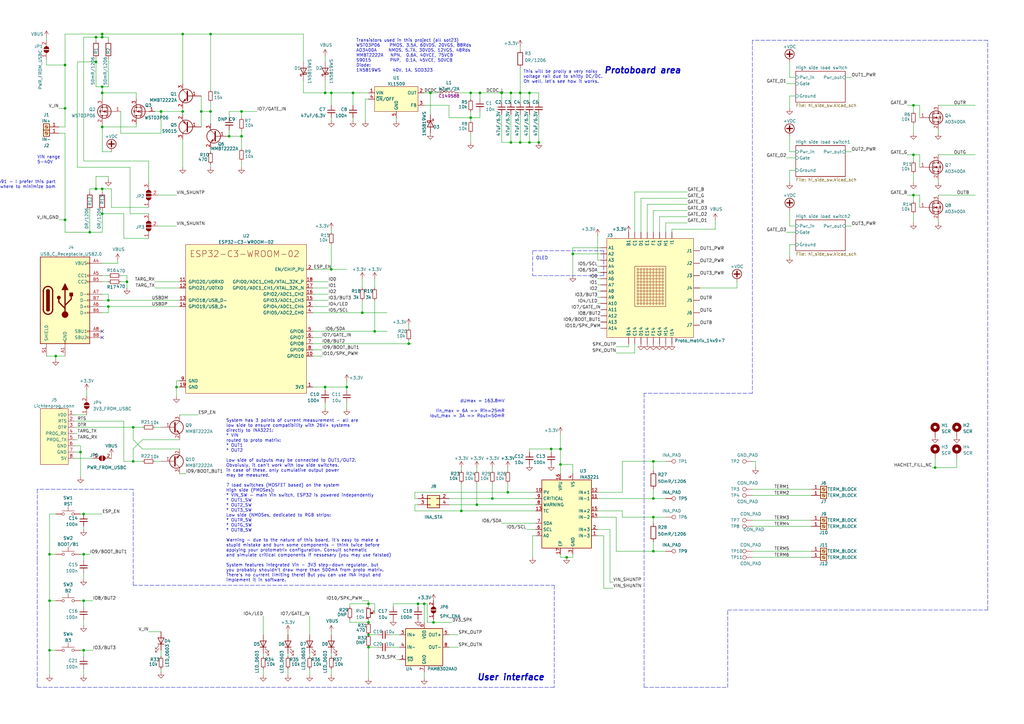
<source format=kicad_sch>
(kicad_sch (version 20211123) (generator eeschema)
  (paper "A3")
  (junction (at 26.67 44.45))
  (junction (at 26.67 26.67))
  (junction (at 20.32 246.38))
  (junction (at 220.98 58.42))
  (junction (at 52.07 115.57))
  (junction (at 267.97 189.23))
  (junction (at 217.17 58.42))
  (junction (at 267.97 212.09))
  (junction (at 39.37 25.4))
  (junction (at 34.29 227.33))
  (junction (at 36.83 95.25))
  (junction (at 195.58 207.01))
  (junction (at 374.65 43.18))
  (junction (at 201.93 204.47))
  (junction (at 209.55 38.1))
  (junction (at 234.95 104.14))
  (junction (at 267.97 226.06))
  (junction (at 171.45 247.65))
  (junction (at 74.93 13.97))
  (junction (at 54.61 189.23))
  (junction (at 229.87 190.5))
  (junction (at 41.91 13.97))
  (junction (at 20.32 266.7))
  (junction (at 54.61 175.26))
  (junction (at 217.17 38.1))
  (junction (at 86.36 45.72))
  (junction (at 33.02 185.42))
  (junction (at 72.39 158.75))
  (junction (at 267.97 204.47))
  (junction (at 229.87 184.15))
  (junction (at 39.37 77.47))
  (junction (at 41.91 87.63))
  (junction (at 151.13 247.65))
  (junction (at 193.04 38.1))
  (junction (at 176.53 38.1))
  (junction (at 208.28 201.93))
  (junction (at 41.91 77.47))
  (junction (at 26.67 90.17))
  (junction (at 151.13 260.35))
  (junction (at 153.67 135.89))
  (junction (at 133.35 38.1))
  (junction (at 167.64 140.97))
  (junction (at 41.91 15.24))
  (junction (at 383.54 191.77))
  (junction (at 99.06 55.88))
  (junction (at 41.91 35.56))
  (junction (at 20.32 227.33))
  (junction (at 34.29 266.7))
  (junction (at 374.65 63.5))
  (junction (at 209.55 58.42))
  (junction (at 196.85 38.1))
  (junction (at 39.37 15.24))
  (junction (at 177.8 255.27))
  (junction (at 135.89 110.49))
  (junction (at 148.59 128.27))
  (junction (at 66.04 45.72))
  (junction (at 232.41 228.6))
  (junction (at 44.45 125.73))
  (junction (at 34.29 210.82))
  (junction (at 151.13 265.43))
  (junction (at 213.36 58.42))
  (junction (at 93.98 55.88))
  (junction (at 213.36 38.1))
  (junction (at 133.35 158.75))
  (junction (at 374.65 80.01))
  (junction (at 205.74 38.1))
  (junction (at 226.06 184.15))
  (junction (at 142.24 158.75))
  (junction (at 41.91 38.1))
  (junction (at 34.29 246.38))
  (junction (at 22.86 146.05))
  (junction (at 86.36 13.97))
  (junction (at 193.04 48.26))
  (junction (at 189.23 209.55))
  (junction (at 173.99 247.65))
  (junction (at 41.91 52.07))
  (junction (at 151.13 255.27))
  (junction (at 82.55 45.72))
  (junction (at 135.89 38.1))
  (junction (at 74.93 45.72))
  (junction (at 99.06 45.72))
  (junction (at 44.45 123.19))
  (junction (at 144.78 38.1))
  (no_connect (at 41.91 135.89))
  (no_connect (at 41.91 138.43))
  (wire (pts (xy 193.04 48.26) (xy 184.15 48.26)))
  (wire (pts (xy 34.29 256.54) (xy 34.29 254)))
  (wire (pts (xy 45.72 77.47) (xy 41.91 77.47)))
  (wire (pts (xy 196.85 45.72) (xy 196.85 48.26)))
  (polyline (pts (xy 405.13 250.19) (xy 405.13 16.51)))
  (wire (pts (xy 26.67 95.25) (xy 36.83 95.25)))
  (wire (pts (xy 374.65 80.01) (xy 377.19 80.01)))
  (wire (pts (xy 226.06 184.15) (xy 229.87 184.15)))
  (wire (pts (xy 124.46 33.02) (xy 124.46 38.1)))
  (wire (pts (xy 170.18 201.93) (xy 208.28 201.93)))
  (wire (pts (xy 209.55 38.1) (xy 213.36 38.1)))
  (wire (pts (xy 220.98 41.91) (xy 220.98 38.1)))
  (wire (pts (xy 184.15 204.47) (xy 201.93 204.47)))
  (wire (pts (xy 384.81 74.93) (xy 384.81 73.66)))
  (wire (pts (xy 251.46 238.76) (xy 250.19 238.76)))
  (wire (pts (xy 82.55 45.72) (xy 82.55 52.07)))
  (wire (pts (xy 302.26 118.11) (xy 302.26 115.57)))
  (wire (pts (xy 213.36 58.42) (xy 213.36 46.99)))
  (wire (pts (xy 53.34 68.58) (xy 31.75 68.58)))
  (wire (pts (xy 260.35 144.78) (xy 260.35 140.97)))
  (wire (pts (xy 189.23 191.77) (xy 189.23 193.04)))
  (wire (pts (xy 323.85 39.37) (xy 323.85 44.45)))
  (wire (pts (xy 135.89 269.24) (xy 135.89 267.97)))
  (wire (pts (xy 173.99 247.65) (xy 171.45 247.65)))
  (polyline (pts (xy 227.33 281.94) (xy 15.24 281.94)))
  (wire (pts (xy 257.81 142.24) (xy 257.81 140.97)))
  (wire (pts (xy 251.46 241.3) (xy 247.65 241.3)))
  (wire (pts (xy 63.5 118.11) (xy 73.66 118.11)))
  (wire (pts (xy 160.02 265.43) (xy 163.83 265.43)))
  (wire (pts (xy 20.32 210.82) (xy 20.32 227.33)))
  (wire (pts (xy 173.99 247.65) (xy 173.99 255.27)))
  (wire (pts (xy 217.17 58.42) (xy 217.17 46.99)))
  (polyline (pts (xy 308.61 161.29) (xy 264.16 161.29)))
  (wire (pts (xy 34.29 210.82) (xy 33.02 210.82)))
  (wire (pts (xy 60.96 74.93) (xy 60.96 66.04)))
  (wire (pts (xy 31.75 180.34) (xy 30.48 180.34)))
  (polyline (pts (xy 227.33 240.03) (xy 227.33 281.94)))
  (wire (pts (xy 31.75 177.8) (xy 30.48 177.8)))
  (wire (pts (xy 35.56 162.56) (xy 35.56 160.02)))
  (wire (pts (xy 326.39 62.23) (xy 323.85 62.23)))
  (wire (pts (xy 30.48 182.88) (xy 33.02 182.88)))
  (wire (pts (xy 267.97 189.23) (xy 267.97 193.04)))
  (wire (pts (xy 72.39 158.75) (xy 72.39 156.21)))
  (wire (pts (xy 176.53 38.1) (xy 180.34 38.1)))
  (wire (pts (xy 44.45 123.19) (xy 73.66 123.19)))
  (wire (pts (xy 30.48 175.26) (xy 54.61 175.26)))
  (wire (pts (xy 234.95 190.5) (xy 229.87 190.5)))
  (wire (pts (xy 93.98 45.72) (xy 93.98 48.26)))
  (wire (pts (xy 162.56 270.51) (xy 163.83 270.51)))
  (wire (pts (xy 167.64 139.7) (xy 167.64 140.97)))
  (wire (pts (xy 217.17 58.42) (xy 220.98 58.42)))
  (wire (pts (xy 384.81 91.44) (xy 384.81 90.17)))
  (wire (pts (xy 151.13 278.13) (xy 151.13 265.43)))
  (wire (pts (xy 142.24 158.75) (xy 142.24 160.02)))
  (wire (pts (xy 196.85 48.26) (xy 193.04 48.26)))
  (wire (pts (xy 41.91 13.97) (xy 41.91 15.24)))
  (wire (pts (xy 107.95 252.73) (xy 107.95 260.35)))
  (wire (pts (xy 245.11 96.52) (xy 245.11 106.68)))
  (wire (pts (xy 217.17 41.91) (xy 217.17 38.1)))
  (wire (pts (xy 143.51 255.27) (xy 143.51 254)))
  (wire (pts (xy 64.77 92.71) (xy 72.39 92.71)))
  (wire (pts (xy 346.71 31.75) (xy 349.25 31.75)))
  (wire (pts (xy 66.04 54.61) (xy 49.53 54.61)))
  (wire (pts (xy 135.89 49.53) (xy 135.89 48.26)))
  (wire (pts (xy 374.65 80.01) (xy 374.65 82.55)))
  (wire (pts (xy 245.11 116.84) (xy 246.38 116.84)))
  (polyline (pts (xy 247.65 102.87) (xy 218.44 102.87)))
  (wire (pts (xy 374.65 63.5) (xy 374.65 66.04)))
  (wire (pts (xy 326.39 92.71) (xy 323.85 92.71)))
  (wire (pts (xy 66.04 259.08) (xy 60.96 259.08)))
  (wire (pts (xy 133.35 158.75) (xy 128.27 158.75)))
  (wire (pts (xy 213.36 19.05) (xy 213.36 20.32)))
  (wire (pts (xy 265.43 83.82) (xy 281.94 83.82)))
  (wire (pts (xy 36.83 227.33) (xy 34.29 227.33)))
  (wire (pts (xy 217.17 185.42) (xy 217.17 184.15)))
  (wire (pts (xy 255.27 189.23) (xy 267.97 189.23)))
  (wire (pts (xy 44.45 113.03) (xy 41.91 113.03)))
  (wire (pts (xy 309.88 189.23) (xy 308.61 189.23)))
  (wire (pts (xy 384.81 54.61) (xy 384.81 53.34)))
  (wire (pts (xy 34.29 66.04) (xy 34.29 15.24)))
  (wire (pts (xy 234.95 194.31) (xy 234.95 190.5)))
  (wire (pts (xy 250.19 238.76) (xy 250.19 217.17)))
  (wire (pts (xy 213.36 58.42) (xy 217.17 58.42)))
  (wire (pts (xy 41.91 77.47) (xy 39.37 77.47)))
  (wire (pts (xy 245.11 114.3) (xy 246.38 114.3)))
  (wire (pts (xy 99.06 60.96) (xy 99.06 55.88)))
  (wire (pts (xy 19.05 146.05) (xy 22.86 146.05)))
  (wire (pts (xy 374.65 71.12) (xy 374.65 74.93)))
  (wire (pts (xy 213.36 41.91) (xy 213.36 38.1)))
  (wire (pts (xy 33.02 182.88) (xy 33.02 185.42)))
  (wire (pts (xy 281.94 81.28) (xy 262.89 81.28)))
  (wire (pts (xy 26.67 54.61) (xy 26.67 90.17)))
  (wire (pts (xy 234.95 101.6) (xy 234.95 104.14)))
  (wire (pts (xy 86.36 67.31) (xy 86.36 68.58)))
  (wire (pts (xy 26.67 52.07) (xy 24.13 52.07)))
  (wire (pts (xy 377.19 80.01) (xy 377.19 85.09)))
  (wire (pts (xy 74.93 13.97) (xy 86.36 13.97)))
  (wire (pts (xy 50.8 172.72) (xy 50.8 189.23)))
  (wire (pts (xy 217.17 38.1) (xy 220.98 38.1)))
  (wire (pts (xy 60.96 66.04) (xy 34.29 66.04)))
  (wire (pts (xy 382.27 191.77) (xy 383.54 191.77)))
  (wire (pts (xy 323.85 69.85) (xy 323.85 74.93)))
  (wire (pts (xy 124.46 13.97) (xy 124.46 25.4)))
  (polyline (pts (xy 218.44 113.03) (xy 247.65 113.03)))
  (wire (pts (xy 322.58 34.29) (xy 326.39 34.29)))
  (wire (pts (xy 267.97 189.23) (xy 273.05 189.23)))
  (wire (pts (xy 41.91 50.8) (xy 41.91 52.07)))
  (wire (pts (xy 323.85 25.4) (xy 323.85 31.75)))
  (wire (pts (xy 49.53 45.72) (xy 49.53 54.61)))
  (wire (pts (xy 50.8 97.79) (xy 60.96 97.79)))
  (wire (pts (xy 66.04 275.59) (xy 66.04 274.32)))
  (wire (pts (xy 99.06 55.88) (xy 99.06 53.34)))
  (wire (pts (xy 33.02 185.42) (xy 33.02 195.58)))
  (wire (pts (xy 322.58 95.25) (xy 326.39 95.25)))
  (wire (pts (xy 167.64 140.97) (xy 168.91 140.97)))
  (wire (pts (xy 193.04 38.1) (xy 193.04 40.64)))
  (wire (pts (xy 55.88 38.1) (xy 55.88 40.64)))
  (wire (pts (xy 374.65 87.63) (xy 374.65 91.44)))
  (wire (pts (xy 41.91 13.97) (xy 74.93 13.97)))
  (wire (pts (xy 252.73 212.09) (xy 252.73 226.06)))
  (wire (pts (xy 346.71 62.23) (xy 349.25 62.23)))
  (wire (pts (xy 153.67 135.89) (xy 158.75 135.89)))
  (wire (pts (xy 177.8 255.27) (xy 185.42 255.27)))
  (wire (pts (xy 209.55 58.42) (xy 209.55 46.99)))
  (wire (pts (xy 58.42 180.34) (xy 54.61 184.15)))
  (wire (pts (xy 34.29 248.92) (xy 34.29 246.38)))
  (wire (pts (xy 308.61 228.6) (xy 332.74 228.6)))
  (wire (pts (xy 260.35 78.74) (xy 281.94 78.74)))
  (wire (pts (xy 153.67 123.19) (xy 153.67 135.89)))
  (wire (pts (xy 151.13 255.27) (xy 143.51 255.27)))
  (wire (pts (xy 151.13 265.43) (xy 154.94 265.43)))
  (wire (pts (xy 267.97 200.66) (xy 267.97 204.47)))
  (wire (pts (xy 255.27 212.09) (xy 267.97 212.09)))
  (wire (pts (xy 26.67 13.97) (xy 26.67 26.67)))
  (wire (pts (xy 86.36 13.97) (xy 86.36 36.83)))
  (wire (pts (xy 133.35 158.75) (xy 133.35 160.02)))
  (wire (pts (xy 213.36 38.1) (xy 217.17 38.1)))
  (wire (pts (xy 281.94 86.36) (xy 267.97 86.36)))
  (wire (pts (xy 229.87 184.15) (xy 229.87 177.8)))
  (wire (pts (xy 392.43 187.96) (xy 392.43 191.77)))
  (wire (pts (xy 118.11 259.08) (xy 118.11 260.35)))
  (wire (pts (xy 41.91 107.95) (xy 48.26 107.95)))
  (wire (pts (xy 260.35 95.25) (xy 260.35 78.74)))
  (wire (pts (xy 74.93 45.72) (xy 74.93 46.99)))
  (polyline (pts (xy 54.61 240.03) (xy 227.33 240.03)))
  (wire (pts (xy 201.93 204.47) (xy 219.71 204.47)))
  (wire (pts (xy 234.95 104.14) (xy 246.38 104.14)))
  (wire (pts (xy 26.67 44.45) (xy 26.67 52.07)))
  (wire (pts (xy 171.45 247.65) (xy 171.45 248.92)))
  (wire (pts (xy 20.32 266.7) (xy 20.32 276.86)))
  (wire (pts (xy 173.99 275.59) (xy 173.99 278.13)))
  (wire (pts (xy 53.34 87.63) (xy 53.34 68.58)))
  (wire (pts (xy 184.15 207.01) (xy 195.58 207.01)))
  (wire (pts (xy 34.29 217.17) (xy 34.29 215.9)))
  (wire (pts (xy 34.29 276.86) (xy 34.29 274.32)))
  (wire (pts (xy 372.11 43.18) (xy 374.65 43.18)))
  (wire (pts (xy 384.81 80.01) (xy 400.05 80.01)))
  (wire (pts (xy 245.11 119.38) (xy 246.38 119.38)))
  (wire (pts (xy 143.51 247.65) (xy 151.13 247.65)))
  (wire (pts (xy 217.17 184.15) (xy 226.06 184.15)))
  (wire (pts (xy 33.02 185.42) (xy 30.48 185.42)))
  (wire (pts (xy 45.72 77.47) (xy 45.72 85.09)))
  (wire (pts (xy 24.13 54.61) (xy 26.67 54.61)))
  (wire (pts (xy 86.36 45.72) (xy 86.36 50.8)))
  (wire (pts (xy 135.89 276.86) (xy 135.89 274.32)))
  (wire (pts (xy 323.85 86.36) (xy 323.85 92.71)))
  (wire (pts (xy 127 252.73) (xy 127 260.35)))
  (wire (pts (xy 151.13 254) (xy 151.13 255.27)))
  (wire (pts (xy 326.39 69.85) (xy 323.85 69.85)))
  (wire (pts (xy 384.81 63.5) (xy 400.05 63.5)))
  (wire (pts (xy 170.18 204.47) (xy 171.45 204.47)))
  (wire (pts (xy 383.54 191.77) (xy 383.54 187.96)))
  (wire (pts (xy 250.19 217.17) (xy 245.11 217.17)))
  (wire (pts (xy 34.29 269.24) (xy 34.29 266.7)))
  (wire (pts (xy 26.67 90.17) (xy 24.13 90.17)))
  (wire (pts (xy 41.91 38.1) (xy 41.91 40.64)))
  (wire (pts (xy 128.27 118.11) (xy 134.62 118.11)))
  (wire (pts (xy 52.07 113.03) (xy 49.53 113.03)))
  (wire (pts (xy 234.95 104.14) (xy 234.95 113.03)))
  (wire (pts (xy 377.19 43.18) (xy 377.19 48.26)))
  (wire (pts (xy 24.13 44.45) (xy 26.67 44.45)))
  (wire (pts (xy 326.39 39.37) (xy 323.85 39.37)))
  (wire (pts (xy 255.27 201.93) (xy 255.27 189.23)))
  (wire (pts (xy 308.61 226.06) (xy 332.74 226.06)))
  (wire (pts (xy 39.37 35.56) (xy 41.91 35.56)))
  (wire (pts (xy 63.5 175.26) (xy 66.04 175.26)))
  (wire (pts (xy 255.27 209.55) (xy 255.27 212.09)))
  (wire (pts (xy 267.97 226.06) (xy 273.05 226.06)))
  (wire (pts (xy 287.02 118.11) (xy 302.26 118.11)))
  (wire (pts (xy 196.85 38.1) (xy 196.85 40.64)))
  (wire (pts (xy 41.91 35.56) (xy 44.45 35.56)))
  (wire (pts (xy 128.27 125.73) (xy 134.62 125.73)))
  (wire (pts (xy 30.48 172.72) (xy 50.8 172.72)))
  (wire (pts (xy 99.06 45.72) (xy 93.98 45.72)))
  (wire (pts (xy 162.56 48.26) (xy 162.56 49.53)))
  (wire (pts (xy 52.07 118.11) (xy 52.07 115.57)))
  (wire (pts (xy 205.74 58.42) (xy 205.74 46.99)))
  (wire (pts (xy 171.45 247.65) (xy 161.29 247.65)))
  (wire (pts (xy 38.1 246.38) (xy 34.29 246.38)))
  (wire (pts (xy 255.27 209.55) (xy 245.11 209.55)))
  (polyline (pts (xy 308.61 16.51) (xy 308.61 161.29)))
  (wire (pts (xy 144.78 38.1) (xy 144.78 43.18)))
  (wire (pts (xy 22.86 146.05) (xy 22.86 147.32)))
  (wire (pts (xy 193.04 54.61) (xy 193.04 58.42)))
  (wire (pts (xy 74.93 57.15) (xy 74.93 68.58)))
  (wire (pts (xy 41.91 77.47) (xy 41.91 78.74)))
  (wire (pts (xy 135.89 259.08) (xy 135.89 260.35)))
  (wire (pts (xy 151.13 260.35) (xy 154.94 260.35)))
  (wire (pts (xy 142.24 156.21) (xy 142.24 158.75)))
  (wire (pts (xy 308.61 200.66) (xy 332.74 200.66)))
  (wire (pts (xy 72.39 156.21) (xy 73.66 156.21)))
  (wire (pts (xy 19.05 15.24) (xy 19.05 16.51)))
  (wire (pts (xy 184.15 48.26) (xy 184.15 43.18)))
  (wire (pts (xy 50.8 87.63) (xy 50.8 97.79)))
  (wire (pts (xy 26.67 26.67) (xy 26.67 44.45)))
  (wire (pts (xy 219.71 214.63) (xy 205.74 214.63)))
  (wire (pts (xy 31.75 68.58) (xy 31.75 25.4)))
  (wire (pts (xy 142.24 165.1) (xy 142.24 167.64)))
  (wire (pts (xy 128.27 135.89) (xy 153.67 135.89)))
  (wire (pts (xy 44.45 125.73) (xy 73.66 125.73)))
  (wire (pts (xy 86.36 41.91) (xy 86.36 45.72)))
  (wire (pts (xy 400.05 43.18) (xy 384.81 43.18)))
  (wire (pts (xy 151.13 247.65) (xy 153.67 247.65)))
  (wire (pts (xy 374.65 43.18) (xy 374.65 45.72)))
  (wire (pts (xy 44.45 15.24) (xy 44.45 16.51)))
  (wire (pts (xy 245.11 201.93) (xy 255.27 201.93)))
  (wire (pts (xy 209.55 58.42) (xy 213.36 58.42)))
  (wire (pts (xy 148.59 123.19) (xy 148.59 128.27)))
  (wire (pts (xy 41.91 95.25) (xy 36.83 95.25)))
  (wire (pts (xy 209.55 41.91) (xy 209.55 38.1)))
  (wire (pts (xy 118.11 269.24) (xy 118.11 267.97)))
  (wire (pts (xy 246.38 106.68) (xy 245.11 106.68)))
  (polyline (pts (xy 15.24 281.94) (xy 15.24 229.87)))
  (wire (pts (xy 66.04 45.72) (xy 66.04 54.61)))
  (wire (pts (xy 39.37 24.13) (xy 39.37 25.4)))
  (wire (pts (xy 41.91 52.07) (xy 55.88 52.07)))
  (wire (pts (xy 252.73 212.09) (xy 245.11 212.09)))
  (wire (pts (xy 148.59 128.27) (xy 158.75 128.27)))
  (wire (pts (xy 173.99 38.1) (xy 176.53 38.1)))
  (wire (pts (xy 144.78 38.1) (xy 151.13 38.1)))
  (wire (pts (xy 41.91 62.23) (xy 45.72 62.23)))
  (wire (pts (xy 144.78 49.53) (xy 144.78 48.26)))
  (wire (pts (xy 128.27 128.27) (xy 148.59 128.27)))
  (wire (pts (xy 58.42 175.26) (xy 54.61 175.26)))
  (wire (pts (xy 99.06 68.58) (xy 99.06 66.04)))
  (wire (pts (xy 151.13 246.38) (xy 151.13 247.65)))
  (wire (pts (xy 195.58 191.77) (xy 195.58 193.04)))
  (wire (pts (xy 54.61 189.23) (xy 58.42 189.23)))
  (wire (pts (xy 52.07 115.57) (xy 52.07 113.03)))
  (wire (pts (xy 167.64 133.35) (xy 167.64 134.62)))
  (wire (pts (xy 128.27 146.05) (xy 132.08 146.05)))
  (wire (pts (xy 232.41 228.6) (xy 234.95 228.6)))
  (wire (pts (xy 208.28 201.93) (xy 208.28 198.12)))
  (wire (pts (xy 22.86 146.05) (xy 26.67 146.05)))
  (wire (pts (xy 50.8 189.23) (xy 54.61 189.23)))
  (wire (pts (xy 247.65 241.3) (xy 247.65 219.71)))
  (wire (pts (xy 201.93 191.77) (xy 201.93 193.04)))
  (wire (pts (xy 22.86 266.7) (xy 20.32 266.7)))
  (wire (pts (xy 30.48 170.18) (xy 35.56 170.18)))
  (wire (pts (xy 124.46 38.1) (xy 133.35 38.1)))
  (wire (pts (xy 105.41 45.72) (xy 99.06 45.72)))
  (wire (pts (xy 41.91 87.63) (xy 50.8 87.63)))
  (wire (pts (xy 267.97 222.25) (xy 267.97 226.06)))
  (wire (pts (xy 107.95 276.86) (xy 107.95 274.32)))
  (wire (pts (xy 246.38 101.6) (xy 234.95 101.6)))
  (wire (pts (xy 205.74 38.1) (xy 209.55 38.1)))
  (wire (pts (xy 22.86 246.38) (xy 20.32 246.38)))
  (wire (pts (xy 128.27 110.49) (xy 135.89 110.49)))
  (wire (pts (xy 63.5 189.23) (xy 66.04 189.23)))
  (wire (pts (xy 133.35 22.86) (xy 133.35 25.4)))
  (wire (pts (xy 372.11 80.01) (xy 374.65 80.01)))
  (wire (pts (xy 252.73 226.06) (xy 267.97 226.06)))
  (wire (pts (xy 308.61 203.2) (xy 332.74 203.2)))
  (wire (pts (xy 20.32 227.33) (xy 20.32 246.38)))
  (wire (pts (xy 41.91 123.19) (xy 44.45 123.19)))
  (wire (pts (xy 39.37 72.39) (xy 39.37 77.47)))
  (polyline (pts (xy 298.45 250.19) (xy 405.13 250.19)))
  (wire (pts (xy 34.29 266.7) (xy 33.02 266.7)))
  (wire (pts (xy 22.86 210.82) (xy 20.32 210.82)))
  (wire (pts (xy 377.19 63.5) (xy 377.19 68.58)))
  (wire (pts (xy 205.74 41.91) (xy 205.74 38.1)))
  (wire (pts (xy 175.26 255.27) (xy 177.8 255.27)))
  (wire (pts (xy 41.91 128.27) (xy 44.45 128.27)))
  (wire (pts (xy 187.96 38.1) (xy 193.04 38.1)))
  (wire (pts (xy 133.35 33.02) (xy 133.35 38.1)))
  (wire (pts (xy 30.48 187.96) (xy 38.1 187.96)))
  (wire (pts (xy 195.58 207.01) (xy 195.58 198.12)))
  (wire (pts (xy 326.39 31.75) (xy 323.85 31.75)))
  (wire (pts (xy 176.53 38.1) (xy 176.53 46.99)))
  (wire (pts (xy 54.61 180.34) (xy 54.61 175.26)))
  (wire (pts (xy 270.51 88.9) (xy 281.94 88.9)))
  (wire (pts (xy 193.04 45.72) (xy 193.04 48.26)))
  (wire (pts (xy 38.1 266.7) (xy 34.29 266.7)))
  (wire (pts (xy 54.61 180.34) (xy 58.42 184.15)))
  (wire (pts (xy 326.39 100.33) (xy 323.85 100.33)))
  (wire (pts (xy 245.11 124.46) (xy 246.38 124.46)))
  (wire (pts (xy 170.18 201.93) (xy 170.18 204.47)))
  (wire (pts (xy 267.97 86.36) (xy 267.97 95.25)))
  (wire (pts (xy 213.36 27.94) (xy 213.36 38.1)))
  (wire (pts (xy 48.26 106.68) (xy 48.26 107.95)))
  (wire (pts (xy 151.13 40.64) (xy 149.86 40.64)))
  (wire (pts (xy 173.99 43.18) (xy 184.15 43.18)))
  (wire (pts (xy 60.96 87.63) (xy 53.34 87.63)))
  (wire (pts (xy 86.36 60.96) (xy 86.36 62.23)))
  (wire (pts (xy 36.83 86.36) (xy 36.83 95.25)))
  (wire (pts (xy 245.11 111.76) (xy 246.38 111.76)))
  (wire (pts (xy 73.66 170.18) (xy 81.28 170.18)))
  (polyline (pts (xy 405.13 16.51) (xy 308.61 16.51)))
  (wire (pts (xy 323.85 55.88) (xy 323.85 62.23)))
  (wire (pts (xy 63.5 115.57) (xy 73.66 115.57)))
  (polyline (pts (xy 15.24 200.66) (xy 15.24 229.87)))
  (wire (pts (xy 161.29 247.65) (xy 161.29 248.92)))
  (wire (pts (xy 372.11 63.5) (xy 374.65 63.5)))
  (wire (pts (xy 135.89 110.49) (xy 142.24 110.49)))
  (wire (pts (xy 374.65 63.5) (xy 377.19 63.5)))
  (wire (pts (xy 374.65 50.8) (xy 374.65 54.61)))
  (wire (pts (xy 60.96 85.09) (xy 45.72 85.09)))
  (wire (pts (xy 219.71 217.17) (xy 215.9 217.17)))
  (wire (pts (xy 73.66 194.31) (xy 76.2 194.31)))
  (wire (pts (xy 245.11 109.22) (xy 246.38 109.22)))
  (wire (pts (xy 267.97 204.47) (xy 273.05 204.47)))
  (wire (pts (xy 247.65 219.71) (xy 245.11 219.71)))
  (wire (pts (xy 41.91 125.73) (xy 44.45 125.73)))
  (polyline (pts (xy 54.61 240.03) (xy 54.61 200.66)))
  (wire (pts (xy 218.44 219.71) (xy 218.44 228.6)))
  (wire (pts (xy 74.93 45.72) (xy 74.93 44.45)))
  (wire (pts (xy 273.05 91.44) (xy 273.05 95.25)))
  (wire (pts (xy 143.51 248.92) (xy 143.51 247.65)))
  (wire (pts (xy 45.72 187.96) (xy 45.72 186.69)))
  (wire (pts (xy 34.29 15.24) (xy 39.37 15.24)))
  (wire (pts (xy 34.29 246.38) (xy 33.02 246.38)))
  (wire (pts (xy 99.06 48.26) (xy 99.06 45.72)))
  (wire (pts (xy 64.77 80.01) (xy 72.39 80.01)))
  (wire (pts (xy 252.73 144.78) (xy 260.35 144.78)))
  (wire (pts (xy 34.29 237.49) (xy 34.29 234.95)))
  (polyline (pts (xy 298.45 281.94) (xy 298.45 250.19)))
  (wire (pts (xy 189.23 209.55) (xy 219.71 209.55)))
  (wire (pts (xy 128.27 138.43) (xy 132.08 138.43)))
  (polyline (pts (xy 247.65 113.03) (xy 247.65 102.87)))
  (polyline (pts (xy 264.16 161.29) (xy 264.16 281.94)))
  (wire (pts (xy 148.59 246.38) (xy 151.13 246.38)))
  (wire (pts (xy 34.29 229.87) (xy 34.29 227.33)))
  (wire (pts (xy 170.18 209.55) (xy 189.23 209.55)))
  (wire (pts (xy 93.98 53.34) (xy 93.98 55.88)))
  (wire (pts (xy 184.15 265.43) (xy 187.96 265.43)))
  (wire (pts (xy 55.88 50.8) (xy 55.88 52.07)))
  (wire (pts (xy 36.83 77.47) (xy 36.83 78.74)))
  (wire (pts (xy 308.61 213.36) (xy 332.74 213.36)))
  (wire (pts (xy 205.74 58.42) (xy 209.55 58.42)))
  (polyline (pts (xy 264.16 281.94) (xy 298.45 281.94)))
  (wire (pts (xy 229.87 228.6) (xy 232.41 228.6)))
  (wire (pts (xy 201.93 204.47) (xy 201.93 198.12)))
  (wire (pts (xy 281.94 91.44) (xy 273.05 91.44)))
  (wire (pts (xy 41.91 115.57) (xy 44.45 115.57)))
  (wire (pts (xy 73.66 180.34) (xy 58.42 180.34)))
  (wire (pts (xy 127 269.24) (xy 127 267.97)))
  (wire (pts (xy 86.36 45.72) (xy 82.55 45.72)))
  (wire (pts (xy 44.45 73.66) (xy 44.45 72.39)))
  (wire (pts (xy 134.62 123.19) (xy 128.27 123.19)))
  (wire (pts (xy 193.04 48.26) (xy 193.04 49.53)))
  (wire (pts (xy 66.04 269.24) (xy 66.04 266.7)))
  (wire (pts (xy 229.87 190.5) (xy 229.87 194.31)))
  (wire (pts (xy 44.45 24.13) (xy 44.45 35.56)))
  (wire (pts (xy 41.91 35.56) (xy 41.91 38.1)))
  (wire (pts (xy 234.95 228.6) (xy 234.95 227.33)))
  (wire (pts (xy 208.28 191.77) (xy 208.28 193.04)))
  (wire (pts (xy 275.59 93.98) (xy 293.37 93.98)))
  (wire (pts (xy 293.37 90.17) (xy 293.37 93.98)))
  (wire (pts (xy 107.95 269.24) (xy 107.95 267.97)))
  (wire (pts (xy 19.05 26.67) (xy 26.67 26.67)))
  (wire (pts (xy 44.45 128.27) (xy 44.45 125.73)))
  (wire (pts (xy 49.53 115.57) (xy 52.07 115.57)))
  (wire (pts (xy 133.35 38.1) (xy 135.89 38.1)))
  (wire (pts (xy 41.91 87.63) (xy 41.91 95.25)))
  (wire (pts (xy 153.67 247.65) (xy 153.67 251.46)))
  (wire (pts (xy 262.89 81.28) (xy 262.89 95.25)))
  (wire (pts (xy 82.55 39.37) (xy 82.55 45.72)))
  (wire (pts (xy 99.06 55.88) (xy 93.98 55.88)))
  (wire (pts (xy 135.89 93.98) (xy 135.89 95.25)))
  (wire (pts (xy 63.5 45.72) (xy 66.04 45.72)))
  (wire (pts (xy 177.8 255.27) (xy 177.8 254)))
  (wire (pts (xy 226.06 185.42) (xy 226.06 184.15)))
  (wire (pts (xy 135.89 43.18) (xy 135.89 38.1)))
  (wire (pts (xy 39.37 15.24) (xy 39.37 16.51)))
  (polyline (pts (xy 218.44 102.87) (xy 218.44 113.03)))
  (wire (pts (xy 58.42 184.15) (xy 73.66 184.15)))
  (wire (pts (xy 134.62 120.65) (xy 128.27 120.65)))
  (wire (pts (xy 392.43 191.77) (xy 383.54 191.77)))
  (wire (pts (xy 19.05 24.13) (xy 19.05 26.67)))
  (wire (pts (xy 39.37 15.24) (xy 41.91 15.24)))
  (wire (pts (xy 308.61 215.9) (xy 332.74 215.9)))
  (wire (pts (xy 41.91 210.82) (xy 34.29 210.82)))
  (wire (pts (xy 322.58 64.77) (xy 326.39 64.77)))
  (wire (pts (xy 265.43 95.25) (xy 265.43 83.82)))
  (wire (pts (xy 135.89 38.1) (xy 144.78 38.1)))
  (wire (pts (xy 128.27 115.57) (xy 134.62 115.57)))
  (wire (pts (xy 54.61 184.15) (xy 54.61 189.23)))
  (wire (pts (xy 72.39 162.56) (xy 72.39 158.75)))
  (wire (pts (xy 39.37 77.47) (xy 36.83 77.47)))
  (wire (pts (xy 196.85 38.1) (xy 205.74 38.1)))
  (wire (pts (xy 220.98 58.42) (xy 220.98 46.99)))
  (wire (pts (xy 229.87 190.5) (xy 229.87 184.15)))
  (wire (pts (xy 149.86 40.64) (xy 149.86 49.53)))
  (wire (pts (xy 252.73 142.24) (xy 257.81 142.24)))
  (wire (pts (xy 148.59 114.3) (xy 148.59 118.11)))
  (wire (pts (xy 41.91 38.1) (xy 55.88 38.1)))
  (wire (pts (xy 173.99 247.65) (xy 175.26 247.65)))
  (wire (pts (xy 31.75 25.4) (xy 39.37 25.4)))
  (wire (pts (xy 193.04 38.1) (xy 196.85 38.1)))
  (wire (pts (xy 118.11 276.86) (xy 118.11 274.32)))
  (wire (pts (xy 153.67 114.3) (xy 153.67 118.11)))
  (wire (pts (xy 275.59 95.25) (xy 275.59 93.98)))
  (wire (pts (xy 267.97 212.09) (xy 273.05 212.09)))
  (wire (pts (xy 22.86 227.33) (xy 20.32 227.33)))
  (wire (pts (xy 44.45 120.65) (xy 44.45 123.19)))
  (wire (pts (xy 170.18 209.55) (xy 170.18 207.01)))
  (wire (pts (xy 34.29 227.33) (xy 33.02 227.33)))
  (wire (pts (xy 374.65 43.18) (xy 377.19 43.18)))
  (wire (pts (xy 72.39 158.75) (xy 73.66 158.75)))
  (wire (pts (xy 41.91 52.07) (xy 41.91 62.23)))
  (wire (pts (xy 160.02 260.35) (xy 163.83 260.35)))
  (polyline (pts (xy 54.61 200.66) (xy 15.24 200.66)))
  (wire (pts (xy 20.32 246.38) (xy 20.32 266.7)))
  (wire (pts (xy 245.11 204.47) (xy 267.97 204.47)))
  (wire (pts (xy 208.28 201.93) (xy 219.71 201.93)))
  (wire (pts (xy 133.35 158.75) (xy 142.24 158.75)))
  (wire (pts (xy 41.91 15.24) (xy 44.45 15.24)))
  (wire (pts (xy 128.27 143.51) (xy 132.08 143.51)))
  (wire (pts (xy 86.36 13.97) (xy 124.46 13.97)))
  (wire (pts (xy 270.51 95.25) (xy 270.51 88.9)))
  (wire (pts (xy 128.27 140.97) (xy 167.64 140.97)))
  (wire (pts (xy 26.67 95.25) (xy 26.67 90.17)))
  (wire (pts (xy 41.91 86.36) (xy 41.91 87.63)))
  (wire (pts (xy 39.37 72.39) (xy 44.45 72.39)))
  (wire (pts (xy 175.26 247.65) (xy 175.26 255.27)))
  (wire (pts (xy 184.15 260.35) (xy 187.96 260.35)))
  (wire (pts (xy 195.58 207.01) (xy 219.71 207.01)))
  (wire (pts (xy 346.71 92.71) (xy 349.25 92.71)))
  (wire (pts (xy 39.37 25.4) (xy 39.37 35.56)))
  (wire (pts (xy 66.04 45.72) (xy 74.93 45.72)))
  (wire (pts (xy 323.85 100.33) (xy 323.85 105.41)))
  (wire (pts (xy 309.88 191.77) (xy 309.88 189.23)))
  (wire (pts (xy 127 276.86) (xy 127 274.32)))
  (wire (pts (xy 26.67 13.97) (xy 41.91 13.97)))
  (wire (pts (xy 151.13 247.65) (xy 151.13 248.92)))
  (wire (pts (xy 189.23 209.55) (xy 189.23 198.12)))
  (wire (pts (xy 74.93 13.97) (xy 74.93 34.29)))
  (wire (pts (xy 41.91 120.65) (xy 44.45 120.65)))
  (wire (pts (xy 135.89 100.33) (xy 135.89 110.49)))
  (wire (pts (xy 133.35 165.1) (xy 133.35 167.64)))
  (wire (pts (xy 219.71 219.71) (xy 218.44 219.71)))
  (wire (pts (xy 267.97 212.09) (xy 267.97 214.63)))
  (wire (pts (xy 170.18 207.01) (xy 171.45 207.01)))
  (wire (pts (xy 245.11 121.92) (xy 246.38 121.92)))
  (wire (pts (xy 229.87 227.33) (xy 229.87 228.6)))
  (text "Transistors used in this project (all sot23)\nWST03P06    PMOS, 3.5A, 60VDS, 20VGS, 88Rds\nAO3400A     NMOS, 5.7A, 30VDS, 12VGS, 48Rds\nMMBT2222A   NPN,  0.6A, 40VCE, 75VCB\nS9015        PNP,  0.1A, 45VCE, 50VCB\nDiode:\n1N5819WS	40V, 1A, SOD323\n\n" (at 146.05 31.75 0) (effects (font (size 1.27 1.27)) (justify left bottom)))
  (text "Protoboard area" (at 247.65 30.48 0) (effects (font (size 2.54 2.54) (thickness 0.508) bold italic) (justify left bottom)))
  (text "System has 3 points of current measurement - all are \nlow side to ensure compatibility with 26V+ systems\ndirectly to INA3221:\n* VIN \nrouted to proto matrix:\n* OUT1\n* OUT2 \n\nLow side of outputs may be connected to OUT1/OUT2.\nObvoiusly, it can't work with low side switches,\nin case of these, only cumulative output power \nmay be measured.\n\n7 load switches (MOSFET based) on the system\nHigh side (PMOSes):\n* VIN_SW - main Vin switch, ESP32 is powered independently\n* OUT1_SW\n* OUT2_SW\n* OUT3_SW\nLow side (NMOSes, dedicated to RGB strips:\n* OUTR_SW\n* OUTG_SW\n* OUTB_SW\n\nWarning - due to the nature of this board, it's easy to make a\nstupid mistake and burn some components - think twice before\napplying your protomatrix configuration. Consult schematic \nand simulate critical components if nessesary (you may use falstad)\n\nSystem features integrated Vin - 3V3 step-down regulator, but\nyou probably shouldn't draw more than 500mA from proto matrix.\nThere's no current limiting there! But you can use INA input and\nimplement it in software." (at 92.71 238.76 0) (effects (font (size 1.27 1.27)) (justify left bottom)))
  (text "VIN range\n5-40V" (at 15.24 67.31 0) (effects (font (size 1.27 1.27)) (justify left bottom)))
  (text "This will be prolly a very noisy\nvoltage rail due to shitty DC/DC.\nOh well, let's see how it works." (at 214.63 34.29 0) (effects (font (size 1.27 1.27)) (justify left bottom)))
  (text "OLED" (at 224.79 106.68 180) (effects (font (size 1.27 1.27)) (justify right bottom)))
  (text "User interface" (at 195.58 279.4 0) (effects (font (size 2.54 2.54) (thickness 0.508) bold italic) (justify left bottom)))
  (text "C127691 - I prefer this part\neverywhere to minimize bom" (at 22.86 77.47 180) (effects (font (size 1.27 1.27)) (justify right bottom)))
  (text "Simulation of power switches:\nhttps://www.falstad.com/circuit/circuitjs.html?ctz=CQAgjCAMB0l3BWKsAsBOATCgbCjAOAdm0IRUjXxGwxCRQGY6BTAWjDACgxDbWHsVMNkgh+gkCiqjCk0eTpRkSAGoB7ADYAXAIYBzZpwBOY-KOGjWZkA0golYBPE4B3MRkhCRY2-YtROAAcfOxtQ-lD-CFFITgAlECxRX0SEbESsJXlk6CYY5U4AMxD7FPEqFIYmMGgkBmhSTj0fCRx7croCLNcWqgIqDv9Ytwi-b0HvWIBjErD2lMZaWjA2CrQGsDNHQkI0MBw05DguZtHJBj4UhC6Y416bD3u2h1iAZXAUUsekh-yIQp0GgAzswlBgmokFFV0hhDuR8rEtGIwF0MLx3J5EujzGIYPA4BhsJt8GhKGlPPgGGA0MgCNT8BZqQgGAh8BgwNU4CAACbMAEAV20nCR7C60IxFQESnYNnWpPlhAYDLAx0+tIZlEZaGZrPZnNEvIFQpGHj6+AGprmARNmLKloutxGKL66NFFVCw2RYvCaHSKU9bpsUsD-p6rEt-is5kmYesZV9VoDlXC9o9YctsPS4cxQwh2Yq1wlnWkARFUkkwlM8krOP4cvlaEIm0gDF2+CQNRENEgGG1zLQLcpCDYshVBr5OkFWjuUfOfGsCBRLzgeYXS9n1xLAbj4Ws8ICJn4tBQlaPdCX5nxM4uvx8x5r4CvI3LJ6zN9fAVON8Xl1om+6Iw3g64B+o8sQmJWwH7F8+QYOCMyQY8lYfuYtRsBw7iwD2uwkGywg7G0I5HJAXBuMhp7vjWnBqIoECyOQCYKHi8CNtgaSwg4xEtpAi6kIQDKwtR4AQHRciUIoMDLOAXGQMQvYMGgKDMiiCCcEAA" (at 5.08 312.42 0) (effects (font (size 1.27 1.27)) (justify left bottom)))
  (text "dUmax = 163.8mV\n\nIin_max = 6A => Rin=25mR\nIout_max = 3A => Rout=50mR\n" (at 207.01 171.45 180) (effects (font (size 1.27 1.27)) (justify right bottom)))
  (label "GATE_B" (at 372.11 80.01 180))
  (label "IO7{slash}GATE_IN" (at 127 252.73 180))
  (label "IO2" (at 245.11 119.38 180))
  (label "TERM4" (at 317.5 215.9 0))
  (label "TARG_TX" (at 31.75 177.8 0))
  (label "OUTG" (at 391.16 63.5 0))
  (label "SPK_OUTP" (at 187.96 260.35 0))
  (label "IO3/BUT3" (at 38.1 266.7 0))
  (label "IO9{slash}BOOT_BUT1" (at 36.83 227.33 0))
  (label "IO10/SPK_PWM" (at 132.08 146.05 0))
  (label "GATE_O3" (at 281.94 86.36 0))
  (label "ESP_EN" (at 41.91 210.82 0))
  (label "IO8/BUT2" (at 246.38 129.54 180))
  (label "HACHET_FILL_NC" (at 382.27 191.77 180))
  (label "DTR" (at 31.75 175.26 0))
  (label "IO3/BUT3" (at 134.62 123.19 0))
  (label "IO6/SDA" (at 245.11 111.76 180))
  (label "SPK_OUTN" (at 252.73 144.78 180))
  (label "IO0" (at 245.11 114.3 180))
  (label "GATE_O2" (at 281.94 88.9 0))
  (label "VIN_SHUNTP" (at 251.46 238.76 0))
  (label "IO10/SPK_PWM" (at 246.38 134.62 180))
  (label "IO8/BUT2" (at 132.08 140.97 0))
  (label "TARG_RX" (at 63.5 115.57 180))
  (label "IO6/SDA" (at 133.35 135.89 0))
  (label "3V3_SPK" (at 185.42 255.27 0))
  (label "IO4/LED" (at 134.62 125.73 0))
  (label "RTS" (at 31.75 172.72 0))
  (label "IO4/LED" (at 245.11 124.46 180))
  (label "IO5/SCL" (at 245.11 109.22 180))
  (label "ESP_EN" (at 135.89 110.49 180))
  (label "DCDC_L" (at 199.39 38.1 0))
  (label "VIN_SHUNTP" (at 72.39 80.01 0))
  (label "GATE_B" (at 281.94 78.74 0))
  (label "GATE_O1" (at 281.94 91.44 0))
  (label "GATE_G" (at 281.94 81.28 0))
  (label "ESP_EN" (at 81.28 170.18 0))
  (label "TARG_RX" (at 31.75 180.34 0))
  (label "IO8/BUT2" (at 38.1 246.38 0))
  (label "USBDM" (at 62.23 123.19 0))
  (label "IO3/BUT3" (at 245.11 121.92 180))
  (label "OUT3_PWR" (at 287.02 113.03 0))
  (label "IO10/SPK_PWM" (at 148.59 246.38 180))
  (label "V_IN" (at 24.13 44.45 180))
  (label "TERM2" (at 317.5 203.2 0))
  (label "IO4/LED" (at 107.95 252.73 180))
  (label "OUT2_PWR" (at 349.25 62.23 0))
  (label "TARG_TX" (at 63.5 118.11 180))
  (label "GATE_R" (at 372.11 43.18 180))
  (label "3V3_SPK" (at 162.56 270.51 180))
  (label "GATE_R" (at 281.94 83.82 0))
  (label "IO6/SDA" (at 205.74 214.63 180))
  (label "GATE_G" (at 372.11 63.5 180))
  (label "IO2" (at 134.62 120.65 0))
  (label "TERM1" (at 317.5 200.66 0))
  (label "IO9{slash}BOOT_BUT1" (at 132.08 143.51 0))
  (label "VIN_SHUNTN" (at 72.39 92.71 0))
  (label "OUT1_PWR" (at 349.25 31.75 0))
  (label "IO5/SCL" (at 134.62 128.27 0))
  (label "V_IN" (at 60.96 259.08 180))
  (label "IO7{slash}GATE_IN" (at 105.41 45.72 0))
  (label "SPK_OUTP" (at 252.73 142.24 180))
  (label "OUTB" (at 392.43 80.01 0))
  (label "OUT2_PWR" (at 287.02 107.95 0))
  (label "OUTR" (at 287.02 123.19 0))
  (label "IO0" (at 134.62 115.57 0))
  (label "OUT1_PWR" (at 287.02 102.87 0))
  (label "IO1" (at 134.62 118.11 0))
  (label "GATE_O2" (at 322.58 64.77 180))
  (label "TERM5" (at 317.5 226.06 0))
  (label "IO1" (at 245.11 116.84 180))
  (label "VIN_SHUNTN" (at 251.46 241.3 0))
  (label "IO5/SCL" (at 215.9 217.17 180))
  (label "TERM6" (at 317.5 228.6 0))
  (label "GATE_O3" (at 322.58 95.25 180))
  (label "DCDC_OUT" (at 173.99 38.1 0))
  (label "OUTG" (at 287.02 128.27 0))
  (label "IO7{slash}GATE_IN" (at 246.38 127 180))
  (label "IO7{slash}GATE_IN" (at 132.08 138.43 0))
  (label "V_IN_GND" (at 24.13 90.17 180))
  (label "OUT3_PWR" (at 349.25 92.71 0))
  (label "USBDP" (at 62.23 125.73 0))
  (label "IO9{slash}BOOT_BUT1" (at 246.38 132.08 180))
  (label "OUTR" (at 391.16 43.18 0))
  (label "IO9{slash}BOOT_BUT1" (at 76.2 194.31 0))
  (label "TERM3" (at 317.5 213.36 0))
  (label "GATE_O1" (at 322.58 34.29 180))
  (label "OUTB" (at 287.02 133.35 0))
  (label "SPK_OUTN" (at 187.96 265.43 0))
  (symbol (lib_id "Connector:Screw_Terminal_01x01") (at 19.05 52.07 180) (unit 1)
    (property "Reference" "J1" (at 19.05 47.1002 0))
    (property "Value" "IN+" (at 19.05 49.6371 0))
    (property "Footprint" "Critbit_lib:DG235-5.0" (effects hide))
  )
  (symbol (lib_id "Device:C_Small") (at 34.29 213.36 0) (mirror y) (unit 1)
    (property "Reference" "C14" (at 31.9659 212.5316 0) (effects (justify left)))
    (property "Value" "100n" (at 31.9659 215.0685 0) (effects (justify left)))
    (property "Footprint" "Capacitor_SMD:C_0402_1005Metric" (effects hide))
  )
  (symbol (lib_id "power:GND") (at 66.04 275.59 0) (mirror y) (unit 1)
    (property "Reference" "#PWR076" (effects hide))
    (property "Value" "GND" (effects hide))
  )
  (symbol (lib_id "Device:C_Small") (at 217.17 44.45 0) (mirror y) (unit 1)
    (property "Reference" "C5" (at 217.17 41.91 0) (effects (justify left)))
    (property "Value" "47uF/6.3V" (at 215.9 55.88 90) (effects (justify left)))
    (property "Footprint" "Capacitor_SMD:C_1206_3216Metric" (effects hide))
    (property "LCSC" "C19702" (effects hide))
  )
  (symbol (lib_id "Device:R_Small") (at 86.36 64.77 180) (unit 1)
    (property "Reference" "R10" (at 83.82 63.5 0))
    (property "Value" "470" (at 83.185 65.405 0))
    (property "Footprint" "Resistor_SMD:R_0402_1005Metric" (effects hide))
    (property "LCSC" "C25117" (effects hide))
  )
  (symbol (lib_id "Device:D_Schottky") (at 133.35 29.21 90) (unit 1)
    (property "Reference" "D2" (at 129.54 27.94 90) (effects (justify right)))
    (property "Value" "1N5819WS" (at 135.89 24.13 0) (effects (justify right)))
    (property "Footprint" "Diode_SMD:D_SOD-323" (effects hide))
  )
  (symbol (lib_id "power:GND") (at 273.05 140.97 0) (mirror y) (unit 1)
    (property "Reference" "#PWR043" (effects hide))
    (property "Value" "GND" (effects hide))
  )
  (symbol (lib_id "Device:R_Small") (at 99.06 63.5 0) (mirror x) (unit 1)
    (property "Reference" "R9" (at 101.6 62.23 0))
    (property "Value" "10k" (at 102.235 64.135 0))
    (property "Footprint" "Resistor_SMD:R_0402_1005Metric" (effects hide))
    (property "LCSC" "C25117" (effects hide))
  )
  (symbol (lib_id "Device:R") (at 267.97 218.44 0) (unit 1)
    (property "Reference" "R28" (at 269.748 216.2615 0) (effects (justify left)))
    (property "Value" "50mR/1206" (at 269.748 219.0366 0) (effects (justify left)))
    (property "Footprint" "Resistor_SMD:R_1206_3216Metric_Pad1.30x1.75mm_HandSolder" (effects hide))
  )
  (symbol (lib_id "power:GND") (at 127 276.86 0) (unit 1)
    (property "Reference" "#PWR082" (effects hide))
    (property "Value" "GND" (effects hide))
  )
  (symbol (lib_id "Jumper:SolderJumper_2_Open") (at 41.91 187.96 0) (mirror x) (unit 1)
    (property "Reference" "JP5" (at 36.83 186.69 0) (effects (justify left)))
    (property "Value" "PWR_FROM_USBC" (at 35.56 191.77 0) (effects (justify left)))
    (property "Footprint" "Jumper:SolderJumper-2_P1.3mm_Open_TrianglePad1.0x1.5mm" (effects hide))
  )
  (symbol (lib_id "Device:R") (at 44.45 20.32 0) (mirror y) (unit 1)
    (property "Reference" "R2" (at 44.45 22.225 90) (effects (justify left)))
    (property "Value" "50mR/1206" (at 43.18 34.925 90) (effects (justify left)))
    (property "Footprint" "Resistor_SMD:R_1206_3216Metric_Pad1.30x1.75mm_HandSolder" (effects hide))
  )
  (symbol (lib_id "Connector:Screw_Terminal_01x01") (at 337.82 215.9 0) (unit 1)
    (property "Reference" "J10" (at 337.82 218.44 0))
    (property "Value" "TERM_BLOCK" (at 345.44 215.9 0))
    (property "Footprint" "Critbit_lib:DG235-5.0" (effects hide))
  )
  (symbol (lib_id "Connector:TestPoint") (at 308.61 200.66 90) (mirror x) (unit 1)
    (property "Reference" "TP3" (at 299.72 200.66 90) (effects (justify right)))
    (property "Value" "CON_PAD" (at 302.26 198.12 90) (effects (justify right)))
    (property "Footprint" "MountingHole:MountingHole_2.7mm_M2.5_DIN965_Pad" (effects hide))
  )
  (symbol (lib_id "Device:C_Small") (at 217.17 187.96 0) (unit 1)
    (property "Reference" "C12" (at 214.8459 187.1316 0) (effects (justify right)))
    (property "Value" "10u" (at 214.8459 189.6685 0) (effects (justify right)))
    (property "Footprint" "Capacitor_SMD:C_0603_1608Metric" (effects hide))
  )
  (symbol (lib_id "power:GND") (at 135.89 49.53 0) (mirror y) (unit 1)
    (property "Reference" "#PWR06" (effects hide))
    (property "Value" "GND" (effects hide))
  )
  (symbol (lib_id "Connector_Generic:Conn_02x02_Odd_Even") (at 176.53 204.47 0) (unit 1)
    (property "Reference" "J8" (at 177.8 199.5002 0))
    (property "Value" "INA_STA" (at 177.8 212.09 0))
    (property "Footprint" "Connector_PinHeader_2.54mm:PinHeader_2x02_P2.54mm_Vertical" (effects hide))
  )
  (symbol (lib_id "power:GND") (at 374.65 54.61 0) (mirror y) (unit 1)
    (property "Reference" "#PWR011" (effects hide))
    (property "Value" "GND" (effects hide))
  )
  (symbol (lib_id "power:GND") (at 44.45 73.66 0) (mirror y) (unit 1)
    (property "Reference" "#PWR020" (effects hide))
    (property "Value" "GND" (effects hide))
  )
  (symbol (lib_id "Device:C_Small") (at 171.45 251.46 0) (mirror x) (unit 1)
    (property "Reference" "C18" (at 169.1259 250.6189 0) (effects (justify right)))
    (property "Value" "100n" (at 169.1259 253.1558 0) (effects (justify right)))
    (property "Footprint" "Capacitor_SMD:C_0402_1005Metric" (effects hide))
  )
  (symbol (lib_id "power:GND") (at 374.65 91.44 0) (mirror y) (unit 1)
    (property "Reference" "#PWR026" (effects hide))
    (property "Value" "GND" (effects hide))
  )
  (symbol (lib_id "Connector:TestPoint") (at 273.05 204.47 270) (mirror x) (unit 1)
    (property "Reference" "TP5" (at 281.94 204.47 90) (effects (justify right)))
    (property "Value" "INA_PAD" (at 279.4 201.93 90) (effects (justify right)))
    (property "Footprint" "TestPoint:TestPoint_Pad_D2.5mm" (effects hide))
  )
  (symbol (lib_id "power:VBUS") (at 45.72 186.69 0) (unit 1)
    (property "Reference" "#PWR054" (effects hide))
    (property "Value" "VBUS" (at 45.72 182.88 0))
  )
  (symbol (lib_id "Device:LED") (at 118.11 264.16 90) (unit 1)
    (property "Reference" "D6" (at 116.84 264.16 90) (effects (justify left)))
    (property "Value" "LED_0603" (at 115.57 266.7 0) (effects (justify right)))
    (property "Footprint" "LED_SMD:LED_0603_1608Metric_Pad1.05x0.95mm_HandSolder" (effects hide))
  )
  (symbol (lib_id "Transistor_FET:AO3400A") (at 382.27 85.09 0) (unit 1)
    (property "Reference" "Q8" (at 387.477 84.2553 0) (effects (justify left)))
    (property "Value" "AO3400A" (at 387.477 86.7922 0) (effects (justify left)))
    (property "Footprint" "Package_TO_SOT_SMD:SOT-23" (effects hide))
    (property "Datasheet" "http://www.aosmd.com/pdfs/datasheet/AO3400A.pdf" (effects hide))
  )
  (symbol (lib_id "Jumper:SolderJumper_3_Open") (at 60.96 92.71 90) (unit 1)
    (property "Reference" "JP3" (at 59.309 93.1438 90) (effects (justify left)))
    (property "Value" "SolderJumper_3_Open" (effects hide))
    (property "Footprint" "Jumper:SolderJumper-3_P2.0mm_Open_TrianglePad1.0x1.5mm_NumberLabels" (effects hide))
  )
  (symbol (lib_id "Device:R_Small") (at 99.06 50.8 0) (mirror x) (unit 1)
    (property "Reference" "R7" (at 101.6 49.53 0))
    (property "Value" "10k" (at 102.235 51.435 0))
    (property "Footprint" "Resistor_SMD:R_0402_1005Metric" (effects hide))
    (property "LCSC" "C25117" (effects hide))
  )
  (symbol (lib_id "power:GND") (at 275.59 140.97 0) (mirror y) (unit 1)
    (property "Reference" "#PWR044" (effects hide))
    (property "Value" "GND" (effects hide))
  )
  (symbol (lib_id "Device:C_Small") (at 34.29 251.46 0) (mirror y) (unit 1)
    (property "Reference" "C16" (at 31.9659 250.6316 0) (effects (justify left)))
    (property "Value" "100n" (at 31.9659 253.1685 0) (effects (justify left)))
    (property "Footprint" "Capacitor_SMD:C_0402_1005Metric" (effects hide))
  )
  (symbol (lib_id "Switch:SW_Push") (at 27.94 210.82 0) (unit 1)
    (property "Reference" "SW1" (at 27.94 204.1992 0))
    (property "Value" "RST" (at 27.94 206.7361 0))
    (property "Footprint" "Button_Switch_SMD:SW_SPST_FSMSM" (effects hide))
  )
  (symbol (lib_id "Connector:TestPoint") (at 308.61 215.9 90) (unit 1)
    (property "Reference" "TP8" (at 299.72 215.9 90) (effects (justify right)))
    (property "Value" "CON_PAD" (at 304.8 217.17 90) (effects (justify right)))
    (property "Footprint" "MountingHole:MountingHole_2.7mm_M2.5_DIN965_Pad" (effects hide))
  )
  (symbol (lib_id "power:GND") (at 218.44 228.6 0) (mirror y) (unit 1)
    (property "Reference" "#PWR066" (effects hide))
    (property "Value" "GND" (effects hide))
  )
  (symbol (lib_id "power:GND") (at 171.45 254 0) (unit 1)
    (property "Reference" "#PWR072" (effects hide))
    (property "Value" "GND" (effects hide))
  )
  (symbol (lib_id "Device:Q_PNP_BEC") (at 77.47 52.07 180) (unit 1)
    (property "Reference" "Q5" (at 72.6186 51.2353 0) (effects (justify left)))
    (property "Value" "S9015" (at 72.6186 53.7722 0) (effects (justify left)))
    (property "Footprint" "Package_TO_SOT_SMD:SOT-23" (effects hide))
  )
  (symbol (lib_id "power:+3.3V") (at 257.81 95.25 0) (mirror y) (unit 1)
    (property "Reference" "#PWR029" (effects hide))
    (property "Value" "+3.3V" (at 254 93.98 0))
  )
  (symbol (lib_id "Device:C_Small") (at 133.35 162.56 0) (mirror y) (unit 1)
    (property "Reference" "C10" (at 131.0259 161.7316 0) (effects (justify left)))
    (property "Value" "100n" (at 131.0259 164.2685 0) (effects (justify left)))
    (property "Footprint" "Capacitor_SMD:C_0402_1005Metric" (effects hide))
  )
  (symbol (lib_id "Device:R_Small") (at 151.13 257.81 180) (unit 1)
    (property "Reference" "R31" (at 148.59 256.54 0))
    (property "Value" "470" (at 147.955 258.445 0))
    (property "Footprint" "Resistor_SMD:R_0402_1005Metric" (effects hide))
    (property "LCSC" "C25117" (effects hide))
  )
  (symbol (lib_id "power:+3.3V") (at 213.36 19.05 0) (mirror y) (unit 1)
    (property "Reference" "#PWR02" (effects hide))
    (property "Value" "+3.3V" (at 209.55 17.78 0))
  )
  (symbol (lib_id "Device:R_Small") (at 148.59 120.65 0) (mirror x) (unit 1)
    (property "Reference" "R18" (at 146.05 119.38 0))
    (property "Value" "3k" (at 146.05 121.92 0))
    (property "Footprint" "Resistor_SMD:R_0402_1005Metric" (effects hide))
  )
  (symbol (lib_id "Device:Q_NPN_BEC") (at 71.12 189.23 0) (mirror x) (unit 1)
    (property "Reference" "Q10" (at 75.9714 188.3953 0) (effects (justify left)))
    (property "Value" "MMBT2222A" (at 75.9714 190.9322 0) (effects (justify left)))
    (property "Footprint" "Package_TO_SOT_SMD:SOT-23" (effects hide))
  )
  (symbol (lib_id "Connector:TestPoint") (at 308.61 213.36 90) (mirror x) (unit 1)
    (property "Reference" "TP7" (at 299.72 213.36 90) (effects (justify right)))
    (property "Value" "CON_PAD" (at 303.53 210.82 90) (effects (justify right)))
    (property "Footprint" "MountingHole:MountingHole_2.7mm_M2.5_DIN965_Pad" (effects hide))
  )
  (symbol (lib_id "Connector:Screw_Terminal_01x01") (at 19.05 54.61 180) (unit 1)
    (property "Reference" "J2" (at 19.05 59.69 0))
    (property "Value" "IN-" (at 19.05 57.15 0))
    (property "Footprint" "Critbit_lib:DG235-5.0" (effects hide))
  )
  (symbol (lib_id "Device:LED") (at 127 264.16 90) (unit 1)
    (property "Reference" "D7" (at 125.73 264.16 90) (effects (justify left)))
    (property "Value" "LED_0603" (at 124.46 265.43 0) (effects (justify right)))
    (property "Footprint" "LED_SMD:LED_0603_1608Metric_Pad1.05x0.95mm_HandSolder" (effects hide))
  )
  (symbol (lib_id "power:+VDC") (at 323.85 25.4 0) (mirror y) (unit 1)
    (property "Reference" "#PWR04" (effects hide))
    (property "Value" "+VDC" (at 323.85 19.1572 0))
  )
  (symbol (lib_id "Device:R_Small") (at 60.96 175.26 90) (unit 1)
    (property "Reference" "R21" (at 59.69 173.0969 90))
    (property "Value" "10k" (at 63.5 173.332 90))
    (property "Footprint" "Resistor_SMD:R_0402_1005Metric" (effects hide))
    (property "LCSC" "C25117" (effects hide))
  )
  (symbol (lib_id "power:GND") (at 149.86 49.53 0) (unit 1)
    (property "Reference" "#PWR08" (effects hide))
    (property "Value" "GND" (effects hide))
  )
  (symbol (lib_id "Connector:TestPoint") (at 308.61 226.06 90) (mirror x) (unit 1)
    (property "Reference" "TP10" (at 299.72 226.06 90) (effects (justify right)))
    (property "Value" "CON_PAD" (at 303.53 223.52 90) (effects (justify right)))
    (property "Footprint" "MountingHole:MountingHole_2.7mm_M2.5_DIN965_Pad" (effects hide))
  )
  (symbol (lib_id "power:GND") (at 52.07 118.11 0) (unit 1)
    (property "Reference" "#PWR037" (effects hide))
    (property "Value" "GND" (effects hide))
  )
  (symbol (lib_id "Switch:SW_Push") (at 27.94 246.38 0) (unit 1)
    (property "Reference" "SW3" (at 27.94 239.7592 0))
    (property "Value" "B2" (at 27.94 242.2961 0))
    (property "Footprint" "Button_Switch_SMD:SW_SPST_FSMSM" (effects hide))
  )
  (symbol (lib_id "power:GND") (at 151.13 278.13 0) (unit 1)
    (property "Reference" "#PWR084" (effects hide))
    (property "Value" "GND" (effects hide))
  )
  (symbol (lib_id "Device:C_Small") (at 226.06 187.96 0) (mirror x) (unit 1)
    (property "Reference" "C13" (at 223.7359 187.1189 0) (effects (justify right)))
    (property "Value" "100n" (at 223.7359 189.6558 0) (effects (justify right)))
    (property "Footprint" "Capacitor_SMD:C_0402_1005Metric" (effects hide))
  )
  (symbol (lib_id "power:+3.3V") (at 245.11 96.52 0) (unit 1)
    (property "Reference" "#PWR030" (effects hide))
    (property "Value" "+3.3V" (at 241.3 93.98 0))
  )
  (symbol (lib_id "power:GND") (at 220.98 58.42 0) (unit 1)
    (property "Reference" "#PWR015" (effects hide))
    (property "Value" "GND" (effects hide))
  )
  (symbol (lib_id "Device:C_Small") (at 157.48 265.43 90) (mirror x) (unit 1)
    (property "Reference" "C20" (at 154.94 264.16 90))
    (property "Value" "10u" (at 160.02 264.16 90))
    (property "Footprint" "Capacitor_SMD:C_0603_1608Metric" (effects hide))
  )
  (symbol (lib_id "Device:R_Small") (at 195.58 195.58 180) (unit 1)
    (property "Reference" "R24" (at 193.04 194.31 0))
    (property "Value" "10k" (at 192.405 196.215 0))
    (property "Footprint" "Resistor_SMD:R_0402_1005Metric" (effects hide))
    (property "LCSC" "C25117" (effects hide))
  )
  (symbol (lib_id "Device:R_Small") (at 86.36 39.37 0) (mirror x) (unit 1)
    (property "Reference" "R4" (at 88.9 38.1 0))
    (property "Value" "15k" (at 89.535 40.005 0))
    (property "Footprint" "Resistor_SMD:R_0402_1005Metric" (effects hide))
    (property "LCSC" "C25117" (effects hide))
  )
  (symbol (lib_id "power:GND") (at 107.95 276.86 0) (unit 1)
    (property "Reference" "#PWR080" (effects hide))
    (property "Value" "GND" (effects hide))
  )
  (symbol (lib_id "power:GND") (at 270.51 140.97 0) (mirror y) (unit 1)
    (property "Reference" "#PWR042" (effects hide))
    (property "Value" "GND" (effects hide))
  )
  (symbol (lib_id "Connector:Screw_Terminal_01x01") (at 337.82 203.2 0) (unit 1)
    (property "Reference" "J7" (at 337.82 205.74 0))
    (property "Value" "TERM_BLOCK" (at 345.44 203.2 0))
    (property "Footprint" "Critbit_lib:DG235-5.0" (effects hide))
  )
  (symbol (lib_id "power:GND") (at 176.53 54.61 0) (unit 1)
    (property "Reference" "#PWR010" (effects hide))
    (property "Value" "GND" (effects hide))
  )
  (symbol (lib_id "power:GND") (at 34.29 217.17 0) (unit 1)
    (property "Reference" "#PWR065" (effects hide))
    (property "Value" "GND" (effects hide))
  )
  (symbol (lib_id "Device:LED") (at 135.89 264.16 90) (unit 1)
    (property "Reference" "D8" (at 134.62 264.16 90) (effects (justify left)))
    (property "Value" "LED_0603" (at 133.35 266.7 0) (effects (justify right)))
    (property "Footprint" "LED_SMD:LED_0603_1608Metric_Pad1.05x0.95mm_HandSolder" (effects hide))
  )
  (symbol (lib_id "power:GND") (at 72.39 162.56 0) (unit 1)
    (property "Reference" "#PWR048" (effects hide))
    (property "Value" "GND" (effects hide))
  )
  (symbol (lib_id "Critbit_lib:WST03P06") (at 58.42 45.72 0) (mirror y) (unit 1)
    (property "Reference" "Q3" (at 62.23 43.18 0) (effects (justify left)))
    (property "Value" "WST03P06" (at 69.215 48.26 0) (effects (justify left)))
    (property "Footprint" "Package_TO_SOT_SMD:SOT-23" (effects hide))
  )
  (symbol (lib_id "Device:C_Small") (at 34.29 271.78 0) (mirror y) (unit 1)
    (property "Reference" "C21" (at 31.9659 270.9516 0) (effects (justify left)))
    (property "Value" "100n" (at 31.9659 273.4885 0) (effects (justify left)))
    (property "Footprint" "Capacitor_SMD:C_0402_1005Metric" (effects hide))
  )
  (symbol (lib_id "Device:C_Small") (at 142.24 162.56 0) (mirror y) (unit 1)
    (property "Reference" "C11" (at 139.9159 161.7316 0) (effects (justify left)))
    (property "Value" "10u" (at 139.9159 164.2685 0) (effects (justify left)))
    (property "Footprint" "Capacitor_SMD:C_0603_1608Metric" (effects hide))
  )
  (symbol (lib_id "Device:C_Small") (at 144.78 45.72 0) (mirror y) (unit 1)
    (property "Reference" "C8" (at 142.4559 44.8916 0) (effects (justify left)))
    (property "Value" "100n" (at 142.4559 47.4285 0) (effects (justify left)))
    (property "Footprint" "Capacitor_SMD:C_0402_1005Metric" (effects hide))
  )
  (symbol (lib_id "Critbit_lib:XL1509") (at 162.56 40.64 0) (unit 1)
    (property "Reference" "U1" (at 162.56 31.911 0))
    (property "Value" "XL1509" (at 162.56 34.4479 0))
    (property "Footprint" "Package_SO:SOIC-8_3.9x4.9mm_P1.27mm" (effects hide))
  )
  (symbol (lib_id "Device:R") (at 39.37 20.32 0) (mirror y) (unit 1)
    (property "Reference" "R1" (at 39.37 22.225 90) (effects (justify left)))
    (property "Value" "50mR/1206" (at 38.1 34.925 90) (effects (justify left)))
    (property "Footprint" "Resistor_SMD:R_1206_3216Metric_Pad1.30x1.75mm_HandSolder" (effects hide))
  )
  (symbol (lib_id "Device:C_Small") (at 161.29 251.46 0) (unit 1)
    (property "Reference" "C17" (at 158.9659 250.6316 0) (effects (justify right)))
    (property "Value" "10u" (at 158.9659 253.1685 0) (effects (justify right)))
    (property "Footprint" "Capacitor_SMD:C_0603_1608Metric" (effects hide))
  )
  (symbol (lib_id "Device:R_Small") (at 107.95 271.78 0) (mirror x) (unit 1)
    (property "Reference" "R34" (at 110.49 270.51 0))
    (property "Value" "10k" (at 111.125 272.415 0))
    (property "Footprint" "Resistor_SMD:R_0402_1005Metric" (effects hide))
    (property "LCSC" "C25117" (effects hide))
  )
  (symbol (lib_id "power:GND") (at 234.95 113.03 0) (unit 1)
    (property "Reference" "#PWR033" (effects hide))
    (property "Value" "GND" (effects hide))
  )
  (symbol (lib_id "Mechanical:MountingHole_Pad") (at 392.43 185.42 0) (unit 1)
    (property "Reference" "H4" (at 394.97 183.3153 0) (effects (justify left)))
    (property "Value" "SCR" (at 394.97 185.8522 0) (effects (justify left)))
    (property "Footprint" "MountingHole:MountingHole_3.2mm_M3_Pad_TopOnly" (effects hide))
  )
  (symbol (lib_id "Device:Q_NPN_BEC") (at 71.12 175.26 0) (unit 1)
    (property "Reference" "Q9" (at 75.9714 174.4253 0) (effects (justify left)))
    (property "Value" "MMBT2222A" (at 75.9714 176.9622 0) (effects (justify left)))
    (property "Footprint" "Package_TO_SOT_SMD:SOT-23" (effects hide))
  )
  (symbol (lib_id "Connector:TestPoint") (at 308.61 189.23 90) (unit 1)
    (property "Reference" "TP2" (at 299.72 189.23 90) (effects (justify right)))
    (property "Value" "GND_PAD" (at 302.26 186.69 90) (effects (justify right)))
    (property "Footprint" "TestPoint:TestPoint_Pad_D2.5mm" (effects hide))
  )
  (symbol (lib_id "Device:C_Small") (at 209.55 44.45 0) (mirror y) (unit 1)
    (property "Reference" "C3" (at 209.55 41.91 0) (effects (justify left)))
    (property "Value" "47uF/6.3V" (at 208.28 55.88 90) (effects (justify left)))
    (property "Footprint" "Capacitor_SMD:C_1206_3216Metric" (effects hide))
    (property "LCSC" "C19702" (effects hide))
  )
  (symbol (lib_id "Switch:SW_Push") (at 27.94 266.7 0) (unit 1)
    (property "Reference" "SW4" (at 27.94 260.0792 0))
    (property "Value" "B3" (at 27.94 262.6161 0))
    (property "Footprint" "Button_Switch_SMD:SW_SPST_FSMSM" (effects hide))
  )
  (symbol (lib_id "power:GND") (at 99.06 68.58 0) (unit 1)
    (property "Reference" "#PWR019" (effects hide))
    (property "Value" "GND" (effects hide))
  )
  (symbol (lib_id "power:GND") (at 323.85 74.93 0) (unit 1)
    (property "Reference" "#PWR021" (effects hide))
    (property "Value" "GND" (effects hide))
  )
  (symbol (lib_id "power:GND") (at 161.29 254 0) (unit 1)
    (property "Reference" "#PWR071" (effects hide))
    (property "Value" "GND" (effects hide))
  )
  (symbol (lib_id "power:GND") (at 323.85 105.41 0) (unit 1)
    (property "Reference" "#PWR031" (effects hide))
    (property "Value" "GND" (effects hide))
  )
  (symbol (lib_id "Device:R_Small") (at 201.93 195.58 180) (unit 1)
    (property "Reference" "R25" (at 199.39 194.31 0))
    (property "Value" "10k" (at 198.755 196.215 0))
    (property "Footprint" "Resistor_SMD:R_0402_1005Metric" (effects hide))
    (property "LCSC" "C25117" (effects hide))
  )
  (symbol (lib_id "power:GND") (at 20.32 276.86 0) (unit 1)
    (property "Reference" "#PWR077" (effects hide))
    (property "Value" "GND" (effects hide))
  )
  (symbol (lib_id "Device:R_Small") (at 151.13 262.89 180) (unit 1)
    (property "Reference" "R32" (at 148.59 261.62 0))
    (property "Value" "DNP" (at 147.955 263.525 0))
    (property "Footprint" "Resistor_SMD:R_0402_1005Metric" (effects hide))
    (property "LCSC" "C25117" (effects hide))
  )
  (symbol (lib_id "power:GND") (at 262.89 140.97 0) (mirror y) (unit 1)
    (property "Reference" "#PWR039" (effects hide))
    (property "Value" "GND" (effects hide))
  )
  (symbol (lib_id "Connector:Screw_Terminal_01x01") (at 337.82 226.06 0) (unit 1)
    (property "Reference" "J11" (at 337.82 223.52 0))
    (property "Value" "TERM_BLOCK" (at 345.44 226.06 0))
    (property "Footprint" "Critbit_lib:DG235-5.0" (effects hide))
  )
  (symbol (lib_id "power:+3.3V") (at 35.56 160.02 0) (unit 1)
    (property "Reference" "#PWR047" (effects hide))
    (property "Value" "+3.3V" (at 35.56 156.21 0))
  )
  (symbol (lib_id "power:GND") (at 217.17 190.5 0) (unit 1)
    (property "Reference" "#PWR057" (effects hide))
    (property "Value" "GND" (effects hide))
  )
  (symbol (lib_id "Device:R_Small") (at 374.65 85.09 180) (unit 1)
    (property "Reference" "R14" (at 372.11 83.82 0))
    (property "Value" "10k" (at 371.475 85.725 0))
    (property "Footprint" "Resistor_SMD:R_0402_1005Metric" (effects hide))
    (property "LCSC" "C25117" (effects hide))
  )
  (symbol (lib_id "power:GND") (at 193.04 58.42 0) (unit 1)
    (property "Reference" "#PWR014" (effects hide))
    (property "Value" "GND" (effects hide))
  )
  (symbol (lib_id "power:GND") (at 265.43 140.97 0) (mirror y) (unit 1)
    (property "Reference" "#PWR040" (effects hide))
    (property "Value" "GND" (effects hide))
  )
  (symbol (lib_id "Jumper:SolderJumper_2_Open") (at 19.05 20.32 270) (mirror x) (unit 1)
    (property "Reference" "JP1" (at 13.97 19.05 90) (effects (justify left)))
    (property "Value" "PWR_FROM_USBC" (at 16.51 36.83 0) (effects (justify left)))
    (property "Footprint" "Jumper:SolderJumper-2_P1.3mm_Open_TrianglePad1.0x1.5mm" (effects hide))
  )
  (symbol (lib_id "Device:C_Small") (at 220.98 44.45 0) (mirror y) (unit 1)
    (property "Reference" "C6" (at 220.98 41.91 0) (effects (justify left)))
    (property "Value" "47uF/6.3V" (at 219.71 55.88 90) (effects (justify left)))
    (property "Footprint" "Capacitor_SMD:C_1206_3216Metric" (effects hide))
    (property "LCSC" "C19702" (effects hide))
  )
  (symbol (lib_id "Device:Q_NPN_BEC") (at 88.9 55.88 0) (mirror y) (unit 1)
    (property "Reference" "Q6" (at 92.075 59.055 0) (effects (justify left)))
    (property "Value" "MMBT2222A" (at 97.79 60.96 0) (effects (justify left)))
    (property "Footprint" "Package_TO_SOT_SMD:SOT-23" (effects hide))
  )
  (symbol (lib_id "Device:C_Small") (at 196.85 43.18 0) (unit 1)
    (property "Reference" "C1" (at 199.1741 42.3516 0) (effects (justify left)))
    (property "Value" "10n" (at 199.1741 44.8885 0) (effects (justify left)))
    (property "Footprint" "Capacitor_SMD:C_0402_1005Metric" (effects hide))
  )
  (symbol (lib_id "Device:R_Small") (at 143.51 251.46 180) (unit 1)
    (property "Reference" "R29" (at 140.97 250.19 0))
    (property "Value" "DNP" (at 140.335 252.095 0))
    (property "Footprint" "Resistor_SMD:R_0402_1005Metric" (effects hide))
    (property "LCSC" "C25117" (effects hide))
  )
  (symbol (lib_id "Connector:TestPoint") (at 273.05 189.23 270) (mirror x) (unit 1)
    (property "Reference" "TP1" (at 281.94 189.23 90) (effects (justify right)))
    (property "Value" "INA_PAD" (at 279.4 186.69 90) (effects (justify right)))
    (property "Footprint" "TestPoint:TestPoint_Pad_D2.5mm" (effects hide))
  )
  (symbol (lib_id "power:GND") (at 232.41 228.6 0) (mirror y) (unit 1)
    (property "Reference" "#PWR067" (effects hide))
    (property "Value" "GND" (effects hide))
  )
  (symbol (lib_id "power:+3.3V") (at 201.93 191.77 0) (mirror y) (unit 1)
    (property "Reference" "#PWR061" (effects hide))
    (property "Value" "+3.3V" (at 201.93 187.96 0))
  )
  (symbol (lib_id "Device:R") (at 41.91 82.55 0) (mirror y) (unit 1)
    (property "Reference" "R13" (at 41.91 83.82 90) (effects (justify left)))
    (property "Value" "0R/1206" (at 40.64 93.98 90) (effects (justify left)))
    (property "Footprint" "Resistor_SMD:R_1206_3216Metric_Pad1.30x1.75mm_HandSolder" (effects hide))
  )
  (symbol (lib_id "power:+3.3V") (at 118.11 259.08 0) (mirror y) (unit 1)
    (property "Reference" "#PWR074" (effects hide))
    (property "Value" "+3.3V" (at 118.11 255.27 0))
  )
  (symbol (lib_id "power:+3.3V") (at 208.28 191.77 0) (mirror y) (unit 1)
    (property "Reference" "#PWR062" (effects hide))
    (property "Value" "+3.3V" (at 208.28 187.96 0))
  )
  (symbol (lib_id "power:GND") (at 162.56 49.53 0) (unit 1)
    (property "Reference" "#PWR09" (effects hide))
    (property "Value" "GND" (effects hide))
  )
  (symbol (lib_id "Device:R") (at 267.97 196.85 0) (unit 1)
    (property "Reference" "R27" (at 269.748 194.6715 0) (effects (justify left)))
    (property "Value" "50mR/1206" (at 269.748 197.4466 0) (effects (justify left)))
    (property "Footprint" "Resistor_SMD:R_1206_3216Metric_Pad1.30x1.75mm_HandSolder" (effects hide))
  )
  (symbol (lib_id "power:+3.3V") (at 142.24 156.21 0) (unit 1)
    (property "Reference" "#PWR046" (effects hide))
    (property "Value" "+3.3V" (at 146.05 154.94 0))
  )
  (symbol (lib_id "power:GND") (at 34.29 256.54 0) (unit 1)
    (property "Reference" "#PWR073" (effects hide))
    (property "Value" "GND" (effects hide))
  )
  (symbol (lib_id "Device:C_Small") (at 213.36 44.45 0) (mirror y) (unit 1)
    (property "Reference" "C4" (at 213.36 41.91 0) (effects (justify left)))
    (property "Value" "47uF/6.3V" (at 212.09 55.88 90) (effects (justify left)))
    (property "Footprint" "Capacitor_SMD:C_1206_3216Metric" (effects hide))
    (property "LCSC" "C19702" (effects hide))
  )
  (symbol (lib_id "Device:R_Small") (at 127 271.78 0) (mirror x) (unit 1)
    (property "Reference" "R36" (at 129.54 270.51 0))
    (property "Value" "10k" (at 130.175 272.415 0))
    (property "Footprint" "Resistor_SMD:R_0402_1005Metric" (effects hide))
    (property "LCSC" "C25117" (effects hide))
  )
  (symbol (lib_id "power:VBUS") (at 19.05 15.24 0) (unit 1)
    (property "Reference" "#PWR01" (effects hide))
    (property "Value" "VBUS" (at 15.24 13.97 0))
  )
  (symbol (lib_id "power:+3.3V") (at 167.64 133.35 0) (mirror y) (unit 1)
    (property "Reference" "#PWR038" (effects hide))
    (property "Value" "+3.3V" (at 163.83 132.08 0))
  )
  (symbol (lib_id "power:GND") (at 267.97 140.97 0) (mirror y) (unit 1)
    (property "Reference" "#PWR041" (effects hide))
    (property "Value" "GND" (effects hide))
  )
  (symbol (lib_id "power:+3.3V") (at 135.89 93.98 0) (mirror y) (unit 1)
    (property "Reference" "#PWR028" (effects hide))
    (property "Value" "+3.3V" (at 132.08 92.71 0))
  )
  (symbol (lib_id "Mechanical:MountingHole_Pad") (at 383.54 185.42 0) (unit 1)
    (property "Reference" "H3" (at 386.08 183.3153 0) (effects (justify left)))
    (property "Value" "SCR" (at 386.08 185.8522 0) (effects (justify left)))
    (property "Footprint" "MountingHole:MountingHole_3.2mm_M3_Pad_TopOnly" (effects hide))
  )
  (symbol (lib_id "Device:R_Small") (at 46.99 113.03 90) (unit 1)
    (property "Reference" "R16" (at 45.72 110.8669 90))
    (property "Value" "470" (at 49.53 111.102 90))
    (property "Footprint" "Resistor_SMD:R_0402_1005Metric" (effects hide))
    (property "LCSC" "C25117" (effects hide))
  )
  (symbol (lib_id "power:+3.3V") (at 189.23 191.77 0) (mirror y) (unit 1)
    (property "Reference" "#PWR059" (effects hide))
    (property "Value" "+3.3V" (at 189.23 187.96 0))
  )
  (symbol (lib_id "power:+3.3V") (at 195.58 191.77 0) (mirror y) (unit 1)
    (property "Reference" "#PWR060" (effects hide))
    (property "Value" "+3.3V" (at 195.58 187.96 0))
  )
  (symbol (lib_id "Device:R_Small") (at 135.89 97.79 180) (unit 1)
    (property "Reference" "R15" (at 133.35 96.52 0))
    (property "Value" "10k" (at 132.715 98.425 0))
    (property "Footprint" "Resistor_SMD:R_0402_1005Metric" (effects hide))
    (property "LCSC" "C25117" (effects hide))
  )
  (symbol (lib_id "power:GND") (at 384.81 74.93 0) (unit 1)
    (property "Reference" "#PWR023" (effects hide))
    (property "Value" "GND" (effects hide))
  )
  (symbol (lib_id "Device:R") (at 213.36 24.13 0) (unit 1)
    (property "Reference" "R3" (at 215.138 21.9515 0) (effects (justify left)))
    (property "Value" "0R/1206" (at 215.138 24.7266 0) (effects (justify left)))
    (property "Footprint" "Resistor_SMD:R_1206_3216Metric_Pad1.30x1.75mm_HandSolder" (effects hide))
  )
  (symbol (lib_id "Connector:Screw_Terminal_01x01") (at 337.82 213.36 0) (unit 1)
    (property "Reference" "J9" (at 337.82 210.82 0))
    (property "Value" "TERM_BLOCK" (at 345.44 213.36 0))
    (property "Footprint" "Critbit_lib:DG235-5.0" (effects hide))
  )
  (symbol (lib_id "Device:R_Small") (at 189.23 195.58 180) (unit 1)
    (property "Reference" "R23" (at 186.69 194.31 0))
    (property "Value" "10k" (at 186.055 196.215 0))
    (property "Footprint" "Resistor_SMD:R_0402_1005Metric" (effects hide))
    (property "LCSC" "C25117" (effects hide))
  )
  (symbol (lib_id "Device:R_Small") (at 193.04 52.07 180) (unit 1)
    (property "Reference" "R8" (at 190.5 50.8 0))
    (property "Value" "10k" (at 189.865 52.705 0))
    (property "Footprint" "Resistor_SMD:R_0402_1005Metric" (effects hide))
    (property "LCSC" "C25117" (effects hide))
  )
  (symbol (lib_id "power:GND") (at 74.93 68.58 0) (mirror y) (unit 1)
    (property "Reference" "#PWR017" (effects hide))
    (property "Value" "GND" (effects hide))
  )
  (symbol (lib_id "Connector:TestPoint") (at 273.05 226.06 270) (mirror x) (unit 1)
    (property "Reference" "TP9" (at 281.94 226.06 90) (effects (justify right)))
    (property "Value" "INA_PAD" (at 279.4 223.52 90) (effects (justify right)))
    (property "Footprint" "TestPoint:TestPoint_Pad_D2.5mm" (effects hide))
  )
  (symbol (lib_id "power:+3.3V") (at 153.67 114.3 0) (mirror y) (unit 1)
    (property "Reference" "#PWR035" (effects hide))
    (property "Value" "+3.3V" (at 153.67 110.49 0))
  )
  (symbol (lib_id "Device:R_Small") (at 374.65 48.26 180) (unit 1)
    (property "Reference" "R6" (at 372.11 46.99 0))
    (property "Value" "10k" (at 371.475 48.895 0))
    (property "Footprint" "Resistor_SMD:R_0402_1005Metric" (effects hide))
    (property "LCSC" "C25117" (effects hide))
  )
  (symbol (lib_id "Device:Q_NPN_BEC") (at 77.47 39.37 0) (mirror y) (unit 1)
    (property "Reference" "Q1" (at 72.6186 38.5353 0) (effects (justify left)))
    (property "Value" "MMBT2222A" (at 72.6186 41.0722 0) (effects (justify left)))
    (property "Footprint" "Package_TO_SOT_SMD:SOT-23" (effects hide))
  )
  (symbol (lib_id "Device:R_Small") (at 167.64 137.16 180) (unit 1)
    (property "Reference" "R20" (at 165.1 135.89 0))
    (property "Value" "10k" (at 164.465 137.795 0))
    (property "Footprint" "Resistor_SMD:R_0402_1005Metric" (effects hide))
    (property "LCSC" "C25117" (effects hide))
  )
  (symbol (lib_id "Jumper:SolderJumper_3_Open") (at 60.96 80.01 90) (unit 1)
    (property "Reference" "JP2" (at 59.309 80.4438 90) (effects (justify left)))
    (property "Value" "SolderJumper_3_Open" (effects hide))
    (property "Footprint" "Jumper:SolderJumper-3_P2.0mm_Open_TrianglePad1.0x1.5mm_NumberLabels" (effects hide))
  )
  (symbol (lib_id "power:+VDC") (at 45.72 62.23 0) (unit 1)
    (property "Reference" "#PWR016" (effects hide))
    (property "Value" "+VDC" (at 45.72 55.9872 0))
  )
  (symbol (lib_id "power:VBUS") (at 293.37 90.17 0) (unit 1)
    (property "Reference" "#PWR025" (effects hide))
    (property "Value" "VBUS" (at 293.751 85.7758 0))
  )
  (symbol (lib_id "power:VBUS") (at 133.35 22.86 0) (unit 1)
    (property "Reference" "#PWR03" (effects hide))
    (property "Value" "VBUS" (at 133.731 18.4658 0))
  )
  (symbol (lib_id "Connector:TestPoint") (at 308.61 203.2 90) (unit 1)
    (property "Reference" "TP4" (at 299.72 203.2 90) (effects (justify right)))
    (property "Value" "CON_PAD" (at 302.26 205.74 90) (effects (justify right)))
    (property "Footprint" "MountingHole:MountingHole_2.7mm_M2.5_DIN965_Pad" (effects hide))
  )
  (symbol (lib_id "power:GND") (at 86.36 68.58 0) (unit 1)
    (property "Reference" "#PWR018" (effects hide))
    (property "Value" "GND" (effects hide))
  )
  (symbol (lib_id "Switch:SW_Push") (at 27.94 227.33 0) (unit 1)
    (property "Reference" "SW2" (at 27.94 220.7092 0))
    (property "Value" "BOOT/B1" (at 27.94 223.2461 0))
    (property "Footprint" "Button_Switch_SMD:SW_SPST_FSMSM" (effects hide))
  )
  (symbol (lib_id "Espressif:ESP32-C3-WROOM-02") (at 101.6 132.08 0) (mirror y) (unit 1)
    (property "Reference" "U2" (at 100.965 96.7572 0))
    (property "Value" "ESP32-C3-WROOM-02" (at 100.965 99.2941 0))
    (property "Footprint" "Espressif:ESP32-C3-WROOM-02" (effects hide))
    (property "Datasheet" "https://www.espressif.com/sites/default/files/documentation/esp32-c3-wroom-02_datasheet_en.pdf" (effects hide))
  )
  (symbol (lib_id "Connector:Screw_Terminal_01x01") (at 337.82 200.66 0) (unit 1)
    (property "Reference" "J6" (at 337.82 198.12 0))
    (property "Value" "TERM_BLOCK" (at 345.44 200.66 0))
    (property "Footprint" "Critbit_lib:DG235-5.0" (effects hide))
  )
  (symbol (lib_id "power:+3.3V") (at 148.59 114.3 0) (mirror y) (unit 1)
    (property "Reference" "#PWR034" (effects hide))
    (property "Value" "+3.3V" (at 147.32 110.49 0))
  )
  (symbol (lib_id "power:+VDC") (at 323.85 55.88 0) (mirror y) (unit 1)
    (property "Reference" "#PWR013" (effects hide))
    (property "Value" "+VDC" (at 323.85 49.6372 0))
  )
  (symbol (lib_id "Device:R_Small") (at 153.67 120.65 0) (mirror x) (unit 1)
    (property "Reference" "R19" (at 151.13 119.38 0))
    (property "Value" "3k" (at 151.13 121.92 0))
    (property "Footprint" "Resistor_SMD:R_0402_1005Metric" (effects hide))
  )
  (symbol (lib_id "Device:C_Small") (at 205.74 44.45 0) (mirror y) (unit 1)
    (property "Reference" "C2" (at 205.74 41.91 0) (effects (justify left)))
    (property "Value" "47uF/6.3V" (at 204.47 55.88 90) (effects (justify left)))
    (property "Footprint" "Capacitor_SMD:C_1206_3216Metric" (effects hide))
    (property "LCSC" "C19702" (effects hide))
  )
  (symbol (lib_id "power:GND") (at 384.81 54.61 0) (unit 1)
    (property "Reference" "#PWR012" (effects hide))
    (property "Value" "GND" (effects hide))
  )
  (symbol (lib_id "power:GND") (at 33.02 195.58 0) (mirror y) (unit 1)
    (property "Reference" "#PWR064" (effects hide))
    (property "Value" "GND" (effects hide))
  )
  (symbol (lib_id "power:GND") (at 34.29 237.49 0) (unit 1)
    (property "Reference" "#PWR068" (effects hide))
    (property "Value" "GND" (effects hide))
  )
  (symbol (lib_id "Device:R_Small") (at 374.65 68.58 180) (unit 1)
    (property "Reference" "R11" (at 372.11 67.31 0))
    (property "Value" "10k" (at 371.475 69.215 0))
    (property "Footprint" "Resistor_SMD:R_0402_1005Metric" (effects hide))
    (property "LCSC" "C25117" (effects hide))
  )
  (symbol (lib_id "power:VBUS") (at 48.26 106.68 0) (unit 1)
    (property "Reference" "#PWR032" (effects hide))
    (property "Value" "VBUS" (at 48.641 102.2858 0))
  )
  (symbol (lib_id "Device:D_Schottky") (at 124.46 29.21 90) (unit 1)
    (property "Reference" "D1" (at 120.65 27.94 90) (effects (justify right)))
    (property "Value" "1N5819WS" (at 127 24.13 0) (effects (justify right)))
    (property "Footprint" "Diode_SMD:D_SOD-323" (effects hide))
  )
  (symbol (lib_id "power:GND") (at 22.86 147.32 0) (mirror y) (unit 1)
    (property "Reference" "#PWR045" (effects hide))
    (property "Value" "GND" (effects hide))
  )
  (symbol (lib_id "Device:R_Small") (at 60.96 189.23 90) (unit 1)
    (property "Reference" "R22" (at 59.69 187.0669 90))
    (property "Value" "10k" (at 63.5 187.302 90))
    (property "Footprint" "Resistor_SMD:R_0402_1005Metric" (effects hide))
    (property "LCSC" "C25117" (effects hide))
  )
  (symbol (lib_id "Mechanical:MountingHole_Pad") (at 383.54 176.53 0) (unit 1)
    (property "Reference" "H1" (at 386.08 174.4253 0) (effects (justify left)))
    (property "Value" "SCR" (at 386.08 176.9622 0) (effects (justify left)))
    (property "Footprint" "MountingHole:MountingHole_3.2mm_M3_Pad_TopOnly" (effects hide))
  )
  (symbol (lib_id "Mechanical:MountingHole_Pad") (at 392.43 176.53 0) (unit 1)
    (property "Reference" "H2" (at 394.97 174.4253 0) (effects (justify left)))
    (property "Value" "SCR" (at 394.97 176.9622 0) (effects (justify left)))
    (property "Footprint" "MountingHole:MountingHole_3.2mm_M3_Pad_TopOnly" (effects hide))
  )
  (symbol (lib_id "Transistor_FET:AO3400A") (at 382.27 68.58 0) (unit 1)
    (property "Reference" "Q7" (at 387.477 67.7453 0) (effects (justify left)))
    (property "Value" "AO3400A" (at 387.477 70.2822 0) (effects (justify left)))
    (property "Footprint" "Package_TO_SOT_SMD:SOT-23" (effects hide))
    (property "Datasheet" "http://www.aosmd.com/pdfs/datasheet/AO3400A.pdf" (effects hide))
  )
  (symbol (lib_id "power:GND") (at 118.11 276.86 0) (unit 1)
    (property "Reference" "#PWR081" (effects hide))
    (property "Value" "GND" (effects hide))
  )
  (symbol (lib_id "Device:R_Small") (at 66.04 271.78 180) (unit 1)
    (property "Reference" "R33" (at 63.5 270.51 0))
    (property "Value" "10k" (at 62.865 272.415 0))
    (property "Footprint" "Resistor_SMD:R_0402_1005Metric" (effects hide))
    (property "LCSC" "C25117" (effects hide))
  )
  (symbol (lib_id "Connector:Screw_Terminal_01x01") (at 337.82 228.6 0) (unit 1)
    (property "Reference" "J12" (at 337.82 231.14 0))
    (property "Value" "TERM_BLOCK" (at 345.44 228.6 0))
    (property "Footprint" "Critbit_lib:DG235-5.0" (effects hide))
  )
  (symbol (lib_id "power:GND") (at 34.29 276.86 0) (unit 1)
    (property "Reference" "#PWR078" (effects hide))
    (property "Value" "GND" (effects hide))
  )
  (symbol (lib_id "power:GND") (at 226.06 190.5 0) (mirror y) (unit 1)
    (property "Reference" "#PWR058" (effects hide))
    (property "Value" "GND" (effects hide))
  )
  (symbol (lib_id "Device:C_Small") (at 135.89 45.72 0) (mirror y) (unit 1)
    (property "Reference" "C7" (at 133.5659 44.8916 0) (effects (justify left)))
    (property "Value" "47uF/6.3V" (at 133.5659 47.4285 0) (effects (justify left)))
    (property "Footprint" "Capacitor_SMD:C_1206_3216Metric" (effects hide))
    (property "LCSC" "C19702" (effects hide))
  )
  (symbol (lib_id "Device:R_Small") (at 118.11 271.78 0) (mirror x) (unit 1)
    (property "Reference" "R35" (at 120.65 270.51 0))
    (property "Value" "10k" (at 121.285 272.415 0))
    (property "Footprint" "Resistor_SMD:R_0402_1005Metric" (effects hide))
    (property "LCSC" "C25117" (effects hide))
  )
  (symbol (lib_id "Device:C_Small") (at 34.29 232.41 0) (mirror y) (unit 1)
    (property "Reference" "C15" (at 31.9659 231.5816 0) (effects (justify left)))
    (property "Value" "100n" (at 31.9659 234.1185 0) (effects (justify left)))
    (property "Footprint" "Capacitor_SMD:C_0402_1005Metric" (effects hide))
  )
  (symbol (lib_id "power:+VDC") (at 302.26 115.57 0) (mirror y) (unit 1)
    (property "Reference" "#PWR036" (effects hide))
    (property "Value" "+VDC" (at 302.26 109.3272 0))
  )
  (symbol (lib_id "Device:C_Small") (at 157.48 260.35 90) (mirror x) (unit 1)
    (property "Reference" "C19" (at 154.94 259.08 90))
    (property "Value" "10u" (at 160.02 259.08 90))
    (property "Footprint" "Capacitor_SMD:C_0603_1608Metric" (effects hide))
  )
  (symbol (lib_id "power:GND") (at 135.89 276.86 0) (unit 1)
    (property "Reference" "#PWR083" (effects hide))
    (property "Value" "GND" (effects hide))
  )
  (symbol (lib_id "Device:C_Small") (at 93.98 50.8 0) (mirror y) (unit 1)
    (property "Reference" "C9" (at 96.52 48.895 0) (effects (justify left)))
    (property "Value" "DNP" (at 93.345 48.895 0) (effects (justify left)))
    (property "Footprint" "Capacitor_SMD:C_0402_1005Metric" (effects hide))
  )
  (symbol (lib_id "Device:R_Small") (at 46.99 115.57 90) (mirror x) (unit 1)
    (property "Reference" "R17" (at 45.72 117.7331 90))
    (property "Value" "470" (at 49.53 117.498 90))
    (property "Footprint" "Resistor_SMD:R_0402_1005Metric" (effects hide))
    (property "LCSC" "C25117" (effects hide))
  )
  (symbol (lib_id "Device:R_Small") (at 135.89 271.78 0) (mirror x) (unit 1)
    (property "Reference" "R37" (at 138.43 270.51 0))
    (property "Value" "10k" (at 139.065 272.415 0))
    (property "Footprint" "Resistor_SMD:R_0402_1005Metric" (effects hide))
    (property "LCSC" "C25117" (effects hide))
  )
  (symbol (lib_id "Power_Management:INA3221") (at 232.41 212.09 0) (mirror y) (unit 1)
    (property "Reference" "U3" (at 237.7187 193.1502 0) (effects (justify right)))
    (property "Value" "INA3221" (at 237.7187 195.6871 0) (effects (justify right)))
    (property "Footprint" "Package_DFN_QFN:Texas_RGV_S-PVQFN-N16_EP2.1x2.1mm" (effects hide))
    (property "Datasheet" "http://www.ti.com/lit/ds/symlink/ina3221.pdf" (effects hide))
  )
  (symbol (lib_id "power:GND") (at 173.99 278.13 0) (unit 1)
    (property "Reference" "#PWR085" (effects hide))
    (property "Value" "GND" (effects hide))
  )
  (symbol (lib_id "Critbit_lib:WST03P06") (at 44.45 45.72 0) (mirror y) (unit 1)
    (property "Reference" "Q2" (at 39.2431 44.8853 0) (effects (justify left)))
    (property "Value" "WST03P06" (at 39.2431 47.4222 0) (effects (justify left)))
    (property "Footprint" "Package_TO_SOT_SMD:SOT-23" (effects hide))
  )
  (symbol (lib_id "Transistor_FET:AO3400A") (at 382.27 48.26 0) (unit 1)
    (property "Reference" "Q4" (at 387.477 47.4253 0) (effects (justify left)))
    (property "Value" "AO3400A" (at 387.477 49.9622 0) (effects (justify left)))
    (property "Footprint" "Package_TO_SOT_SMD:SOT-23" (effects hide))
    (property "Datasheet" "http://www.aosmd.com/pdfs/datasheet/AO3400A.pdf" (effects hide))
  )
  (symbol (lib_id "power:GND") (at 133.35 167.64 0) (mirror y) (unit 1)
    (property "Reference" "#PWR049" (effects hide))
    (property "Value" "GND" (effects hide))
  )
  (symbol (lib_id "Connector:TestPoint") (at 308.61 228.6 90) (unit 1)
    (property "Reference" "TP11" (at 299.72 228.6 90) (effects (justify right)))
    (property "Value" "CON_PAD" (at 303.53 231.14 90) (effects (justify right)))
    (property "Footprint" "MountingHole:MountingHole_2.7mm_M2.5_DIN965_Pad" (effects hide))
  )
  (symbol (lib_id "power:GND") (at 384.81 91.44 0) (unit 1)
    (property "Reference" "#PWR027" (effects hide))
    (property "Value" "GND" (effects hide))
  )
  (symbol (lib_id "Connector:USB_C_Receptacle_USB2.0") (at 26.67 123.19 0) (unit 1)
    (property "Reference" "J4" (at 29.1465 101.4434 0))
    (property "Value" "USB_C_Receptacle_USB2.0" (at 29.1465 104.2185 0))
    (property "Footprint" "Connector_USB:USB_C_Receptacle_HRO_TYPE-C-31-M-12" (effects hide))
    (property "Datasheet" "https://www.usb.org/sites/default/files/documents/usb_type-c.zip" (effects hide))
    (property "LCSC" "C165948" (effects hide))
  )
  (symbol (lib_id "power:VBUS") (at 135.89 259.08 0) (unit 1)
    (property "Reference" "#PWR075" (effects hide))
    (property "Value" "VBUS" (at 136.271 254.6858 0))
  )
  (symbol (lib_id "Jumper:SolderJumper_2_Open") (at 177.8 250.19 270) (mirror x) (unit 1)
    (property "Reference" "JP6" (at 180.34 248.92 90) (effects (justify left)))
    (property "Value" "SPK_ENA" (at 180.34 252.73 90) (effects (justify left)))
    (property "Footprint" "Jumper:SolderJumper-2_P1.3mm_Open_TrianglePad1.0x1.5mm" (effects hide))
  )
  (symbol (lib_id "Device:L") (at 184.15 38.1 90) (unit 1)
    (property "Reference" "L1" (at 184.15 33.8922 90))
    (property "Value" "47uH/2A" (at 184.15 36.4291 90))
    (property "Footprint" "Inductor_SMD:L_Abracon_ASPI-0630LR" (effects hide))
    (property "JLC" "C149588" (at 184.15 39.37 90))
  )
  (symbol (lib_id "power:+VDC") (at 323.85 86.36 0) (mirror y) (unit 1)
    (property "Reference" "#PWR024" (effects hide))
    (property "Value" "+VDC" (at 323.85 80.1172 0))
  )
  (symbol (lib_id "power:+3.3V") (at 229.87 177.8 0) (mirror y) (unit 1)
    (property "Reference" "#PWR051" (effects hide))
    (property "Value" "+3.3V" (at 226.06 176.53 0))
  )
  (symbol (lib_id "Device:R_Potentiometer_Small") (at 151.13 251.46 0) (unit 1)
    (property "Reference" "RV1" (at 149.6061 250.6253 0) (effects (justify right)))
    (property "Value" "10k" (at 149.6061 253.1622 0) (effects (justify right)))
    (property "Footprint" "Potentiometer_SMD:Potentiometer_Bourns_TC33X_Vertical" (effects hide))
  )
  (symbol (lib_id "power:GND") (at 374.65 74.93 0) (mirror y) (unit 1)
    (property "Reference" "#PWR022" (effects hide))
    (property "Value" "GND" (effects hide))
  )
  (symbol (lib_id "power:GND") (at 392.43 179.07 0) (unit 1)
    (property "Reference" "#PWR053" (effects hide))
    (property "Value" "GND" (effects hide))
  )
  (symbol (lib_id "Device:LED") (at 107.95 264.16 90) (unit 1)
    (property "Reference" "D5" (at 106.68 264.16 90) (effects (justify left)))
    (property "Value" "LED_0603" (at 105.41 266.7 0) (effects (justify right)))
    (property "Footprint" "LED_SMD:LED_0603_1608Metric_Pad1.05x0.95mm_HandSolder" (effects hide))
  )
  (symbol (lib_id "power:GND") (at 142.24 167.64 0) (mirror y) (unit 1)
    (property "Reference" "#PWR050" (effects hide))
    (property "Value" "GND" (effects hide))
  )
  (symbol (lib_id "Device:R_Small") (at 208.28 195.58 180) (unit 1)
    (property "Reference" "R26" (at 205.74 194.31 0))
    (property "Value" "10k" (at 205.105 196.215 0))
    (property "Footprint" "Resistor_SMD:R_0402_1005Metric" (effects hide))
    (property "LCSC" "C25117" (effects hide))
  )
  (symbol (lib_id "Device:R_Small") (at 193.04 43.18 180) (unit 1)
    (property "Reference" "R5" (at 190.5 41.91 0))
    (property "Value" "10k" (at 189.865 43.815 0))
    (property "Footprint" "Resistor_SMD:R_0402_1005Metric" (effects hide))
    (property "LCSC" "C25117" (effects hide))
  )
  (symbol (lib_id "Critbit_lib:Lichtenprog_conn") (at 22.86 179.07 0) (unit 1)
    (property "Reference" "J5" (at 22.225 163.991 0))
    (property "Value" "Lichtenprog_conn" (at 22.225 166.5279 0))
    (property "Footprint" "Critbit_lib:Lichtenprog" (effects hide))
  )
  (symbol (lib_id "Jumper:SolderJumper_2_Open") (at 35.56 166.37 270) (mirror x) (unit 1)
    (property "Reference" "JP4" (at 38.1 165.1 90) (effects (justify left)))
    (property "Value" "3V3_FROM_USBC" (at 38.1 167.64 90) (effects (justify left)))
    (property "Footprint" "Jumper:SolderJumper-2_P1.3mm_Open_TrianglePad1.0x1.5mm" (effects hide))
  )
  (symbol (lib_id "power:GND") (at 383.54 179.07 0) (unit 1)
    (property "Reference" "#PWR052" (effects hide))
    (property "Value" "GND" (effects hide))
  )
  (symbol (lib_id "power:GND") (at 323.85 44.45 0) (unit 1)
    (property "Reference" "#PWR05" (effects hide))
    (property "Value" "GND" (effects hide))
  )
  (symbol (lib_id "Device:R") (at 36.83 82.55 0) (mirror y) (unit 1)
    (property "Reference" "R12" (at 36.83 84.455 90) (effects (justify left)))
    (property "Value" "0R/1206" (at 35.56 93.98 90) (effects (justify left)))
    (property "Footprint" "Resistor_SMD:R_1206_3216Metric_Pad1.30x1.75mm_HandSolder" (effects hide))
  )
  (symbol (lib_id "power:GND") (at 309.88 191.77 0) (mirror y) (unit 1)
    (property "Reference" "#PWR063" (effects hide))
    (property "Value" "GND" (effects hide))
  )
  (symbol (lib_id "power:GND") (at 144.78 49.53 0) (unit 1)
    (property "Reference" "#PWR07" (effects hide))
    (property "Value" "GND" (effects hide))
  )
  (symbol (lib_id "power:+3.3V") (at 177.8 246.38 0) (unit 1)
    (property "Reference" "#PWR069" (effects hide))
    (property "Value" "+3.3V" (at 173.99 245.11 0))
  )
  (symbol (lib_id "Amplifier_Audio:PAM8302AAD") (at 173.99 265.43 0) (unit 1)
    (property "Reference" "U4" (at 166.37 274.32 0) (effects (justify left)))
    (property "Value" "PAM8302AAD" (at 175.26 274.32 0) (effects (justify left)))
    (property "Footprint" "Package_SO:MSOP-8_3x3mm_P0.65mm" (effects hide))
    (property "Datasheet" "https://www.diodes.com/assets/Datasheets/PAM8302A.pdf" (effects hide))
  )
  (symbol (lib_id "Connector:TestPoint") (at 273.05 212.09 270) (mirror x) (unit 1)
    (property "Reference" "TP6" (at 281.94 212.09 90) (effects (justify right)))
    (property "Value" "INA_PAD" (at 279.4 209.55 90) (effects (justify right)))
    (property "Footprint" "TestPoint:TestPoint_Pad_D2.5mm" (effects hide))
  )
  (symbol (lib_id "Critbit_lib:Proto_matrix_14x9+7") (at 266.7 118.11 0) (unit 1)
    (property "Reference" "J3" (at 250.19 96.52 0))
    (property "Value" "Proto_matrix_14x9+7" (at 287.02 139.7 0))
    (property "Footprint" "Critbit_lib:Proto_matrix_14x9+7" (effects hide))
  )
  (symbol (lib_id "Device:D_Schottky") (at 176.53 50.8 270) (unit 1)
    (property "Reference" "D3" (at 180.34 52.07 90) (effects (justify right)))
    (property "Value" "1N5819WS" (at 173.99 55.88 0) (effects (justify right)))
    (property "Footprint" "Diode_SMD:D_SOD-323" (effects hide))
  )
  (symbol (lib_id "Device:LED") (at 66.04 262.89 270) (mirror x) (unit 1)
    (property "Reference" "D4" (at 67.31 262.89 90) (effects (justify left)))
    (property "Value" "LED_0603" (at 68.58 264.16 0) (effects (justify right)))
    (property "Footprint" "LED_SMD:LED_0603_1608Metric_Pad1.05x0.95mm_HandSolder" (effects hide))
  )
  (sheet (at 326.39 90.17) (size 20.32 12.7) (stroke (width 0.1524))
    (property "Sheet name" "High side load switch2" (at 326.39 89.4584 0) (effects (justify left bottom)))
    (property "Sheet file" "hi_side_sw.kicad_sch" (at 326.39 103.4546 0) (effects (justify left top)))
    (pin "Gate" input (at 326.39 95.25 180))
    (pin "Pwr_in" input (at 326.39 92.71 180))
    (pin "Pwr_out" input (at 346.71 92.71 0))
    (pin "Ground" input (at 326.39 100.33 180))
  )
  (sheet (at 326.39 29.21) (size 20.32 12.7) (stroke (width 0.1524))
    (property "Sheet name" "High side load switch" (at 326.39 28.4984 0) (effects (justify left bottom)))
    (property "Sheet file" "hi_side_sw.kicad_sch" (at 326.39 42.4946 0) (effects (justify left top)))
    (pin "Gate" input (at 326.39 34.29 180))
    (pin "Pwr_in" input (at 326.39 31.75 180))
    (pin "Pwr_out" input (at 346.71 31.75 0))
    (pin "Ground" input (at 326.39 39.37 180))
  )
  (sheet (at 326.39 59.69) (size 20.32 12.7) (stroke (width 0.1524))
    (property "Sheet name" "High side load switch1" (at 326.39 58.9784 0) (effects (justify left bottom)))
    (property "Sheet file" "hi_side_sw.kicad_sch" (at 326.39 72.9746 0) (effects (justify left top)))
    (pin "Gate" input (at 326.39 64.77 180))
    (pin "Pwr_in" input (at 326.39 62.23 180))
    (pin "Pwr_out" input (at 346.71 62.23 0))
    (pin "Ground" input (at 326.39 69.85 180))
  )
)
</source>
